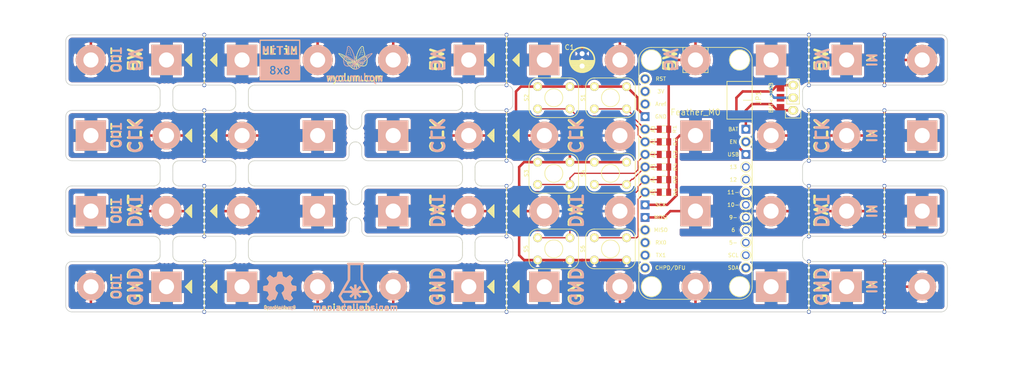
<source format=kicad_pcb>
(kicad_pcb (version 4) (host pcbnew 4.0.6-e0-6349~53~ubuntu16.04.1)
  (layers (0 F.Cu signal) (31 B.Cu signal) (34 B.Paste user) (35 F.Paste user) (36 B.SilkS user) (37 F.SilkS user) (38 B.Mask user) (39 F.Mask user) (44 Edge.Cuts user))
  (net 0 "")
  (net 1 /GND)
  (net 2 /VBAT)
  (net 3 /VUSB)
  (net 4 /CLK)
  (net 5 /DAT)
  (net 6 /5V)
  (net 7 /CLK2)
  (net 8 /CLK1)
  (net 9 /DAT2)
  (net 10 /DAT1)
  (net 11 /A0)
  (net 12 /A1)
  (net 13 /A2)
  (net 14 /A3)
  (net 15 /A4)
  (net 16 /A5)
  (module ultim_bus:SW-PB (layer F.Cu) (at 126.365 68.58 270)
    (fp_text reference S5 (at 0 5.588 270) (layer F.SilkS) (effects (font (size 0.762 0.762) (thickness 0.127))))
    (fp_text value SPST-M-2 hide)
    (pad 1 thru_hole circle (at -2.25 -3.25 270) (size 1.778 1.778) (drill 1.016) (layers *.Cu *.Mask F.SilkS) (net 15 /A4))
    (pad 2 thru_hole circle (at 2.25 3.25 270) (size 1.778 1.778) (drill 1.016) (layers *.Cu *.Mask F.SilkS) (net 1 /GND))
    (pad 2 thru_hole circle (at 2.25 -3.25 270) (size 1.778 1.778) (drill 1.016) (layers *.Cu *.Mask F.SilkS) (net 1 /GND))
    (pad 1 thru_hole circle (at -2.25 3.25 270) (size 1.778 1.778) (drill 1.016) (layers *.Cu *.Mask F.SilkS) (net 15 /A4))
  )
  (module ultim8x8_libs:mouse-bite-2.54mm-slot (layer F.Cu) (at 86.36 60.96 90)
    (fp_text reference M13 hide)
    (fp_text value MouseBite hide)
    (pad "" np_thru_hole circle (at 0 -1.1 90) (size 0.5 0.5) (drill 0.5) (layers *.Cu *.Mask))
    (pad "" np_thru_hole circle (at 0 1.1 90) (size 0.5 0.5) (drill 0.5) (layers *.Cu *.Mask))
    (pad "" np_thru_hole circle (at 0.8 -1.1 90) (size 0.5 0.5) (drill 0.5) (layers *.Cu *.Mask))
    (pad "" np_thru_hole circle (at -0.8 -1.1 90) (size 0.5 0.5) (drill 0.5) (layers *.Cu *.Mask))
    (pad "" np_thru_hole circle (at -0.8 1.1 90) (size 0.5 0.5) (drill 0.5) (layers *.Cu *.Mask))
    (pad "" np_thru_hole circle (at 0.8 1.1 90) (size 0.5 0.5) (drill 0.5) (layers *.Cu *.Mask))
  )
  (module ultim8x8_libs:logo_MLlabs_small (layer F.Cu) (at 86.36 75.438)
    (fp_text reference L8 hide)
    (fp_text value LOGO_ML hide)
  )
  (module ultim8x8_libs:Screw (layer F.Cu) (at 63.5 60.96)
    (fp_text reference P31 hide)
    (fp_text value CONN_1 hide)
    (pad 1 thru_hole circle (at 0 0) (size 6.096 6.096) (drill 3.048) (layers *.Cu *.Paste *.SilkS *.Mask) (net 9 /DAT2))
  )
  (module ultim8x8_libs:logo_wyo_butterfly_small (layer B.Cu) (at 86.36 30.48 180)
    (fp_text reference L4 hide)
    (fp_text value LOGO_WL hide)
  )
  (module ultim8x8_libs:Screw (layer F.Cu) (at 170.18 60.96)
    (fp_text reference P38 hide)
    (fp_text value CONN_1 hide)
    (pad 1 thru_hole circle (at 0 0) (size 6.096 6.096) (drill 3.048) (layers *.Cu *.Paste *.SilkS *.Mask) (net 5 /DAT))
  )
  (module ultim8x8_libs:Screw (layer F.Cu) (at 124.46 60.96)
    (fp_text reference P35 hide)
    (fp_text value CONN_1 hide)
    (pad 1 thru_hole circle (at 0 0) (size 6.096 6.096) (drill 3.048) (layers *.Cu *.Paste *.SilkS *.Mask) (net 10 /DAT1))
  )
  (module ultim8x8_libs:Screw (layer F.Cu) (at 109.22 60.96)
    (fp_text reference P34 hide)
    (fp_text value CONN_1 hide)
    (pad 1 thru_hole circle (at 0 0) (size 6.096 6.096) (drill 3.048) (layers *.Cu *.Paste *.SilkS *.Mask) (net 10 /DAT1))
  )
  (module ultim8x8_libs:Screw (layer F.Cu) (at 48.26 60.96)
    (fp_text reference P30 hide)
    (fp_text value CONN_1 hide)
    (pad 1 thru_hole circle (at 0 0) (size 6.096 6.096) (drill 3.048) (layers *.Cu *.Paste *.SilkS *.Mask) (net 9 /DAT2))
  )
  (module ultim8x8_libs:Screw (layer F.Cu) (at 185.42 60.96)
    (fp_text reference P27 hide)
    (fp_text value CONN_1 hide)
    (pad 1 thru_hole circle (at 0 0) (size 6.096 6.096) (drill 3.048) (layers *.Cu *.Paste *.SilkS *.Mask) (net 5 /DAT))
  )
  (module ultim8x8_libs:logo_ultim8x8_small (layer F.Cu) (at 71.12 30.48)
    (fp_text reference L11 hide)
    (fp_text value LOGO_U88 hide)
  )
  (module ultim8x8_libs:mouse-bite-2.54mm-slot (layer F.Cu) (at 86.36 45.72 90)
    (fp_text reference M6 hide)
    (fp_text value MouseBite hide)
    (pad "" np_thru_hole circle (at 0 -1.1 90) (size 0.5 0.5) (drill 0.5) (layers *.Cu *.Mask))
    (pad "" np_thru_hole circle (at 0 1.1 90) (size 0.5 0.5) (drill 0.5) (layers *.Cu *.Mask))
    (pad "" np_thru_hole circle (at 0.8 -1.1 90) (size 0.5 0.5) (drill 0.5) (layers *.Cu *.Mask))
    (pad "" np_thru_hole circle (at -0.8 -1.1 90) (size 0.5 0.5) (drill 0.5) (layers *.Cu *.Mask))
    (pad "" np_thru_hole circle (at -0.8 1.1 90) (size 0.5 0.5) (drill 0.5) (layers *.Cu *.Mask))
    (pad "" np_thru_hole circle (at 0.8 1.1 90) (size 0.5 0.5) (drill 0.5) (layers *.Cu *.Mask))
  )
  (module ultim8x8_libs:Screw (layer F.Cu) (at 200.66 30.48)
    (fp_text reference P2 hide)
    (fp_text value CONN_1 hide)
    (pad 1 thru_hole circle (at 0 0) (size 6.096 6.096) (drill 3.048) (layers *.Cu *.Paste *.SilkS *.Mask) (net 6 /5V))
  )
  (module ultim8x8_libs:Screw (layer F.Cu) (at 33.02 30.48)
    (fp_text reference P3 hide)
    (fp_text value CONN_1 hide)
    (pad 1 thru_hole circle (at 0 0) (size 6.096 6.096) (drill 3.048) (layers *.Cu *.Paste *.SilkS *.Mask) (net 6 /5V))
  )
  (module ultim8x8_libs:Screw (layer F.Cu) (at 78.74 30.48)
    (fp_text reference P6 hide)
    (fp_text value CONN_1 hide)
    (pad 1 thru_hole circle (at 0 0) (size 6.096 6.096) (drill 3.048) (layers *.Cu *.Paste *.SilkS *.Mask) (net 6 /5V))
  )
  (module ultim8x8_libs:Screw (layer F.Cu) (at 93.98 30.48)
    (fp_text reference P7 hide)
    (fp_text value CONN_1 hide)
    (pad 1 thru_hole circle (at 0 0) (size 6.096 6.096) (drill 3.048) (layers *.Cu *.Paste *.SilkS *.Mask) (net 6 /5V))
  )
  (module ultim8x8_libs:Screw (layer F.Cu) (at 139.7 30.48)
    (fp_text reference P10 hide)
    (fp_text value CONN_1 hide)
    (pad 1 thru_hole circle (at 0 0) (size 6.096 6.096) (drill 3.048) (layers *.Cu *.Paste *.SilkS *.Mask) (net 6 /5V))
  )
  (module ultim8x8_libs:Screw (layer F.Cu) (at 154.94 30.48)
    (fp_text reference P11 hide)
    (fp_text value CONN_1 hide)
    (pad 1 thru_hole circle (at 0 0) (size 6.096 6.096) (drill 3.048) (layers *.Cu *.Paste *.SilkS *.Mask) (net 6 /5V))
  )
  (module ultim8x8_libs:OSHW_6mm (layer F.Cu) (at 71.12 76.2)
    (fp_text reference L2 hide)
    (fp_text value OSHW hide)
    (fp_text user OpenHardware (at 0 4.191) (layer F.SilkS) (effects (font (size 0.762 0.6096) (thickness 0.127))))
  )
  (module ultim8x8_libs:OSHW_6mm (layer B.Cu) (at 71.12 76.2 180)
    (fp_text reference L1 hide)
    (fp_text value OSHW hide)
    (fp_text user OpenHardware (at 0 -4.191 180) (layer B.SilkS) (effects (font (size 0.762 0.6096) (thickness 0.127)) (justify mirror)))
  )
  (module ultim8x8_libs:logo_wyo_butterfly_small (layer F.Cu) (at 86.36 30.48)
    (fp_text reference L3 hide)
    (fp_text value LOGO_WL hide)
  )
  (module ultim8x8_libs:logo_MLlabs_small (layer B.Cu) (at 86.36 75.438 180)
    (fp_text reference L7 hide)
    (fp_text value LOGO_ML hide)
  )
  (module ultim8x8_libs:logo_ultim8x8_small (layer B.Cu) (at 71.12 30.48 180)
    (fp_text reference L12 hide)
    (fp_text value LOGO_U88 hide)
  )
  (module ultim8x8_libs:Screw_SqPad (layer F.Cu) (at 185.42 30.48)
    (fp_text reference P1 hide)
    (fp_text value CONN_1 hide)
    (pad 1 thru_hole rect (at 0 0) (size 6.096 6.096) (drill 3.048) (layers *.Cu *.Paste *.SilkS *.Mask) (net 6 /5V))
  )
  (module ultim8x8_libs:Screw_SqPad (layer F.Cu) (at 48.26 30.48)
    (fp_text reference P4 hide)
    (fp_text value CONN_1 hide)
    (pad 1 thru_hole rect (at 0 0) (size 6.096 6.096) (drill 3.048) (layers *.Cu *.Paste *.SilkS *.Mask) (net 6 /5V))
  )
  (module ultim8x8_libs:Screw_SqPad (layer F.Cu) (at 63.5 30.48)
    (fp_text reference P5 hide)
    (fp_text value CONN_1 hide)
    (pad 1 thru_hole rect (at 0 0) (size 6.096 6.096) (drill 3.048) (layers *.Cu *.Paste *.SilkS *.Mask) (net 6 /5V))
  )
  (module ultim8x8_libs:Screw_SqPad (layer F.Cu) (at 109.22 30.48)
    (fp_text reference P8 hide)
    (fp_text value CONN_1 hide)
    (pad 1 thru_hole rect (at 0 0) (size 6.096 6.096) (drill 3.048) (layers *.Cu *.Paste *.SilkS *.Mask) (net 6 /5V))
  )
  (module ultim8x8_libs:Screw_SqPad (layer F.Cu) (at 124.46 30.48)
    (fp_text reference P9 hide)
    (fp_text value CONN_1 hide)
    (pad 1 thru_hole rect (at 0 0) (size 6.096 6.096) (drill 3.048) (layers *.Cu *.Paste *.SilkS *.Mask) (net 6 /5V))
  )
  (module ultim8x8_libs:Screw_SqPad (layer F.Cu) (at 170.18 30.48)
    (fp_text reference P12 hide)
    (fp_text value CONN_1 hide)
    (pad 1 thru_hole rect (at 0 0) (size 6.096 6.096) (drill 3.048) (layers *.Cu *.Paste *.SilkS *.Mask) (net 6 /5V))
  )
  (module ultim8x8_libs:Screw_SqPad (layer F.Cu) (at 200.66 60.96)
    (fp_text reference P28 hide)
    (fp_text value CONN_1 hide)
    (pad 1 thru_hole rect (at 0 0) (size 6.096 6.096) (drill 3.048) (layers *.Cu *.Paste *.SilkS *.Mask) (net 5 /DAT))
  )
  (module ultim8x8_libs:Screw_SqPad (layer F.Cu) (at 33.02 60.96)
    (fp_text reference P29 hide)
    (fp_text value CONN_1 hide)
    (pad 1 thru_hole rect (at 0 0) (size 6.096 6.096) (drill 3.048) (layers *.Cu *.Paste *.SilkS *.Mask) (net 9 /DAT2))
  )
  (module ultim8x8_libs:Screw_SqPad (layer F.Cu) (at 78.74 60.96)
    (fp_text reference P32 hide)
    (fp_text value CONN_1 hide)
    (pad 1 thru_hole rect (at 0 0) (size 6.096 6.096) (drill 3.048) (layers *.Cu *.Paste *.SilkS *.Mask) (net 9 /DAT2))
  )
  (module ultim8x8_libs:Screw_SqPad (layer F.Cu) (at 93.98 60.96)
    (fp_text reference P33 hide)
    (fp_text value CONN_1 hide)
    (pad 1 thru_hole rect (at 0 0) (size 6.096 6.096) (drill 3.048) (layers *.Cu *.Paste *.SilkS *.Mask) (net 10 /DAT1))
  )
  (module ultim8x8_libs:Screw_SqPad (layer F.Cu) (at 139.7 60.96)
    (fp_text reference P36 hide)
    (fp_text value CONN_1 hide)
    (pad 1 thru_hole circle (at 0 0) (size 6.096 6.096) (drill 3.048) (layers *.Cu *.Paste *.SilkS *.Mask) (net 10 /DAT1))
  )
  (module ultim8x8_libs:Screw_SqPad (layer F.Cu) (at 154.94 60.96)
    (fp_text reference P37 hide)
    (fp_text value CONN_1 hide)
    (pad 1 thru_hole rect (at 0 0) (size 6.096 6.096) (drill 3.048) (layers *.Cu *.Paste *.SilkS *.Mask) (net 5 /DAT))
  )
  (module ultim8x8_libs:Screw (layer F.Cu) (at 185.42 45.72)
    (fp_text reference P14 hide)
    (fp_text value CONN_1 hide)
    (pad 1 thru_hole circle (at 0 0) (size 5.6 5.6) (drill 3.048) (layers *.Cu *.SilkS *.Mask) (net 4 /CLK))
  )
  (module ultim8x8_libs:Screw_SqPad (layer F.Cu) (at 200.66 45.72)
    (fp_text reference P15 hide)
    (fp_text value CONN_1 hide)
    (pad 1 thru_hole rect (at 0 0) (size 6.096 6.096) (drill 3.048) (layers *.Cu *.Paste *.SilkS *.Mask) (net 4 /CLK))
  )
  (module ultim8x8_libs:Screw_SqPad (layer F.Cu) (at 33.02 45.72)
    (fp_text reference P16 hide)
    (fp_text value CONN_1 hide)
    (pad 1 thru_hole rect (at 0 0) (size 6.096 6.096) (drill 3.048) (layers *.Cu *.Paste *.SilkS *.Mask) (net 7 /CLK2))
  )
  (module ultim8x8_libs:Screw (layer F.Cu) (at 48.26 45.72)
    (fp_text reference P17 hide)
    (fp_text value CONN_1 hide)
    (pad 1 thru_hole circle (at 0 0) (size 5.6 5.6) (drill 3.048) (layers *.Cu *.SilkS *.Mask) (net 7 /CLK2))
  )
  (module ultim8x8_libs:Screw (layer F.Cu) (at 63.5 45.72)
    (fp_text reference P18 hide)
    (fp_text value CONN_1 hide)
    (pad 1 thru_hole circle (at 0 0) (size 5.6 5.6) (drill 3.048) (layers *.Cu *.SilkS *.Mask) (net 7 /CLK2))
  )
  (module ultim8x8_libs:Screw_SqPad (layer F.Cu) (at 78.74 45.72)
    (fp_text reference P19 hide)
    (fp_text value CONN_1 hide)
    (pad 1 thru_hole rect (at 0 0) (size 6.096 6.096) (drill 3.048) (layers *.Cu *.Paste *.SilkS *.Mask) (net 7 /CLK2))
  )
  (module ultim8x8_libs:Screw_SqPad (layer F.Cu) (at 93.98 45.72)
    (fp_text reference P20 hide)
    (fp_text value CONN_1 hide)
    (pad 1 thru_hole rect (at 0 0) (size 6.096 6.096) (drill 3.048) (layers *.Cu *.Paste *.SilkS *.Mask) (net 8 /CLK1))
  )
  (module ultim8x8_libs:Screw (layer F.Cu) (at 109.22 45.72)
    (fp_text reference P21 hide)
    (fp_text value CONN_1 hide)
    (pad 1 thru_hole circle (at 0 0) (size 5.6 5.6) (drill 3.048) (layers *.Cu *.SilkS *.Mask) (net 8 /CLK1))
  )
  (module ultim8x8_libs:Screw (layer F.Cu) (at 124.46 45.72)
    (fp_text reference P22 hide)
    (fp_text value CONN_1 hide)
    (pad 1 thru_hole circle (at 0 0) (size 5.6 5.6) (drill 3.048) (layers *.Cu *.SilkS *.Mask) (net 8 /CLK1))
  )
  (module ultim8x8_libs:Screw_SqPad (layer F.Cu) (at 139.7 45.72)
    (fp_text reference P23 hide)
    (fp_text value CONN_1 hide)
    (pad 1 thru_hole circle (at 0 0) (size 6.096 6.096) (drill 3.048) (layers *.Cu *.Paste *.SilkS *.Mask) (net 8 /CLK1))
  )
  (module ultim8x8_libs:Screw_SqPad (layer F.Cu) (at 154.94 45.72)
    (fp_text reference P24 hide)
    (fp_text value CONN_1 hide)
    (pad 1 thru_hole rect (at 0 0) (size 6.096 6.096) (drill 3.048) (layers *.Cu *.Paste *.SilkS *.Mask) (net 4 /CLK))
  )
  (module ultim8x8_libs:Screw (layer F.Cu) (at 170.18 45.72)
    (fp_text reference P25 hide)
    (fp_text value CONN_1 hide)
    (pad 1 thru_hole circle (at 0 0) (size 5.6 5.6) (drill 3.048) (layers *.Cu *.SilkS *.Mask) (net 4 /CLK))
  )
  (module ultim8x8_libs:Screw_SqPad (layer F.Cu) (at 185.42 76.2)
    (fp_text reference P40 hide)
    (fp_text value CONN_1 hide)
    (pad 1 thru_hole rect (at 0 0) (size 6.096 6.096) (drill 3.048) (layers *.Cu *.Paste *.SilkS *.Mask) (net 1 /GND))
  )
  (module ultim8x8_libs:Screw (layer F.Cu) (at 200.66 76.2)
    (fp_text reference P41 hide)
    (fp_text value CONN_1 hide)
    (pad 1 thru_hole circle (at 0 0) (size 5.6 5.6) (drill 3.048) (layers *.Cu *.SilkS *.Mask) (net 1 /GND))
  )
  (module ultim8x8_libs:Screw (layer F.Cu) (at 33.02 76.2)
    (fp_text reference P42 hide)
    (fp_text value CONN_1 hide)
    (pad 1 thru_hole circle (at 0 0) (size 5.6 5.6) (drill 3.048) (layers *.Cu *.SilkS *.Mask) (net 1 /GND))
  )
  (module ultim8x8_libs:Screw_SqPad (layer F.Cu) (at 48.26 76.2)
    (fp_text reference P43 hide)
    (fp_text value CONN_1 hide)
    (pad 1 thru_hole rect (at 0 0) (size 6.096 6.096) (drill 3.048) (layers *.Cu *.Paste *.SilkS *.Mask) (net 1 /GND))
  )
  (module ultim8x8_libs:Screw_SqPad (layer F.Cu) (at 63.5 76.2)
    (fp_text reference P44 hide)
    (fp_text value CONN_1 hide)
    (pad 1 thru_hole rect (at 0 0) (size 6.096 6.096) (drill 3.048) (layers *.Cu *.Paste *.SilkS *.Mask) (net 1 /GND))
  )
  (module ultim8x8_libs:Screw (layer F.Cu) (at 78.74 76.2)
    (fp_text reference P45 hide)
    (fp_text value CONN_1 hide)
    (pad 1 thru_hole circle (at 0 0) (size 5.6 5.6) (drill 3.048) (layers *.Cu *.SilkS *.Mask) (net 1 /GND))
  )
  (module ultim8x8_libs:Screw (layer F.Cu) (at 93.98 76.2)
    (fp_text reference P46 hide)
    (fp_text value CONN_1 hide)
    (pad 1 thru_hole circle (at 0 0) (size 5.6 5.6) (drill 3.048) (layers *.Cu *.SilkS *.Mask) (net 1 /GND))
  )
  (module ultim8x8_libs:Screw_SqPad (layer F.Cu) (at 109.22 76.2)
    (fp_text reference P47 hide)
    (fp_text value CONN_1 hide)
    (pad 1 thru_hole rect (at 0 0) (size 6.096 6.096) (drill 3.048) (layers *.Cu *.Paste *.SilkS *.Mask) (net 1 /GND))
  )
  (module ultim8x8_libs:Screw_SqPad (layer F.Cu) (at 124.46 76.2)
    (fp_text reference P48 hide)
    (fp_text value CONN_1 hide)
    (pad 1 thru_hole rect (at 0 0) (size 6.096 6.096) (drill 3.048) (layers *.Cu *.Paste *.SilkS *.Mask) (net 1 /GND))
  )
  (module ultim8x8_libs:Screw (layer F.Cu) (at 139.7 76.2)
    (fp_text reference P49 hide)
    (fp_text value CONN_1 hide)
    (pad 1 thru_hole circle (at 0 0) (size 5.6 5.6) (drill 3.048) (layers *.Cu *.SilkS *.Mask) (net 1 /GND))
  )
  (module ultim8x8_libs:Screw (layer F.Cu) (at 154.94 76.2)
    (fp_text reference P50 hide)
    (fp_text value CONN_1 hide)
    (pad 1 thru_hole circle (at 0 0) (size 5.6 5.6) (drill 3.048) (layers *.Cu *.SilkS *.Mask) (net 1 /GND))
  )
  (module ultim8x8_libs:Screw_SqPad (layer F.Cu) (at 170.18 76.2)
    (fp_text reference P51 hide)
    (fp_text value CONN_1 hide)
    (pad 1 thru_hole rect (at 0 0) (size 6.096 6.096) (drill 3.048) (layers *.Cu *.Paste *.SilkS *.Mask) (net 1 /GND))
  )
  (module ultim8x8_libs:mouse-bite-5.08mm-slot (layer F.Cu) (at 48.26 38.1)
    (fp_text reference M2 hide)
    (fp_text value MouseBite hide)
    (pad "" np_thru_hole circle (at 0 -2.2) (size 0.5 0.5) (drill 0.5) (layers *.Cu *.Mask))
    (pad "" np_thru_hole circle (at 0 2.2) (size 0.5 0.5) (drill 0.5) (layers *.Cu *.Mask))
    (pad "" np_thru_hole circle (at 0.8 -2.2) (size 0.5 0.5) (drill 0.5) (layers *.Cu *.Mask))
    (pad "" np_thru_hole circle (at -0.8 -2.2) (size 0.5 0.5) (drill 0.5) (layers *.Cu *.Mask))
    (pad "" np_thru_hole circle (at -0.8 2.2) (size 0.5 0.5) (drill 0.5) (layers *.Cu *.Mask))
    (pad "" np_thru_hole circle (at 0.8 2.2) (size 0.5 0.5) (drill 0.5) (layers *.Cu *.Mask))
    (pad "" np_thru_hole circle (at 0 0) (size 0.5 0.5) (drill 0.5) (layers *.Cu *.Mask))
    (pad "" np_thru_hole circle (at 0.8 0) (size 0.5 0.5) (drill 0.5) (layers *.Cu *.Mask))
    (pad "" np_thru_hole circle (at -0.8 0) (size 0.5 0.5) (drill 0.5) (layers *.Cu *.Mask))
  )
  (module ultim8x8_libs:mouse-bite-5.08mm-slot (layer F.Cu) (at 48.26 53.34)
    (fp_text reference M9 hide)
    (fp_text value MouseBite hide)
    (pad "" np_thru_hole circle (at 0 -2.2) (size 0.5 0.5) (drill 0.5) (layers *.Cu *.Mask))
    (pad "" np_thru_hole circle (at 0 2.2) (size 0.5 0.5) (drill 0.5) (layers *.Cu *.Mask))
    (pad "" np_thru_hole circle (at 0.8 -2.2) (size 0.5 0.5) (drill 0.5) (layers *.Cu *.Mask))
    (pad "" np_thru_hole circle (at -0.8 -2.2) (size 0.5 0.5) (drill 0.5) (layers *.Cu *.Mask))
    (pad "" np_thru_hole circle (at -0.8 2.2) (size 0.5 0.5) (drill 0.5) (layers *.Cu *.Mask))
    (pad "" np_thru_hole circle (at 0.8 2.2) (size 0.5 0.5) (drill 0.5) (layers *.Cu *.Mask))
    (pad "" np_thru_hole circle (at 0 0) (size 0.5 0.5) (drill 0.5) (layers *.Cu *.Mask))
    (pad "" np_thru_hole circle (at 0.8 0) (size 0.5 0.5) (drill 0.5) (layers *.Cu *.Mask))
    (pad "" np_thru_hole circle (at -0.8 0) (size 0.5 0.5) (drill 0.5) (layers *.Cu *.Mask))
  )
  (module ultim8x8_libs:mouse-bite-5.08mm-slot (layer F.Cu) (at 48.26 68.58)
    (fp_text reference M16 hide)
    (fp_text value MouseBite hide)
    (pad "" np_thru_hole circle (at 0 -2.2) (size 0.5 0.5) (drill 0.5) (layers *.Cu *.Mask))
    (pad "" np_thru_hole circle (at 0 2.2) (size 0.5 0.5) (drill 0.5) (layers *.Cu *.Mask))
    (pad "" np_thru_hole circle (at 0.8 -2.2) (size 0.5 0.5) (drill 0.5) (layers *.Cu *.Mask))
    (pad "" np_thru_hole circle (at -0.8 -2.2) (size 0.5 0.5) (drill 0.5) (layers *.Cu *.Mask))
    (pad "" np_thru_hole circle (at -0.8 2.2) (size 0.5 0.5) (drill 0.5) (layers *.Cu *.Mask))
    (pad "" np_thru_hole circle (at 0.8 2.2) (size 0.5 0.5) (drill 0.5) (layers *.Cu *.Mask))
    (pad "" np_thru_hole circle (at 0 0) (size 0.5 0.5) (drill 0.5) (layers *.Cu *.Mask))
    (pad "" np_thru_hole circle (at 0.8 0) (size 0.5 0.5) (drill 0.5) (layers *.Cu *.Mask))
    (pad "" np_thru_hole circle (at -0.8 0) (size 0.5 0.5) (drill 0.5) (layers *.Cu *.Mask))
  )
  (module ultim_bus:switch_spdt (layer F.Cu) (at 174.625 38.1 180)
    (fp_text reference JP1 (at 6.985 0 270) (layer F.SilkS))
    (fp_text value PWR_SEL hide)
    (pad 1 thru_hole oval (at 0 -2.54 180) (size 2.032 1.7272) (drill 1.016) (layers *.Cu *.Mask F.SilkS) (net 2 /VBAT))
    (pad 2 thru_hole oval (at 0 0 180) (size 2.032 1.7272) (drill 1.016) (layers *.Cu *.Mask F.SilkS) (net 6 /5V))
    (pad 3 thru_hole oval (at 0 2.54 180) (size 2.032 1.7272) (drill 1.016) (layers *.Cu *.Mask F.SilkS) (net 3 /VUSB))
    (pad 2 smd rect (at 2.54 0 180) (size 1.524 1.524) (layers F.Cu F.Paste F.Mask) (net 6 /5V))
    (pad 3 smd rect (at 2.54 2.54 180) (size 1.524 2.032) (drill (offset 0 -0.254)) (layers F.Cu F.Paste F.Mask) (net 3 /VUSB))
    (pad 1 smd rect (at 2.54 -2.54 180) (size 1.524 2.032) (drill (offset 0 0.254)) (layers F.Cu F.Paste F.Mask) (net 2 /VBAT))
  )
  (module ultim_bus:via_0.8x9 (layer F.Cu) (at 177.8 30.48)
    (fp_text reference v1 hide)
    (fp_text value via_0.8x9 hide)
    (pad 1 thru_hole circle (at 0 -5.08) (size 0.8 0.8) (drill 0.5) (layers *.Cu) (net 6 /5V))
    (pad 2 thru_hole circle (at 0 -3.81) (size 0.8 0.8) (drill 0.5) (layers *.Cu) (net 6 /5V))
    (pad 3 thru_hole circle (at 0 -2.54) (size 0.8 0.8) (drill 0.5) (layers *.Cu) (net 6 /5V))
    (pad 4 thru_hole circle (at 0 -1.27) (size 0.8 0.8) (drill 0.5) (layers *.Cu) (net 6 /5V))
    (pad 5 thru_hole circle (at 0 0) (size 0.8 0.8) (drill 0.5) (layers *.Cu) (net 6 /5V))
    (pad 6 thru_hole circle (at 0 1.27) (size 0.8 0.8) (drill 0.5) (layers *.Cu) (net 6 /5V))
    (pad 7 thru_hole circle (at 0 2.54) (size 0.8 0.8) (drill 0.5) (layers *.Cu) (net 6 /5V))
    (pad 8 thru_hole circle (at 0 3.81) (size 0.8 0.8) (drill 0.5) (layers *.Cu) (net 6 /5V))
    (pad 9 thru_hole circle (at 0 5.08) (size 0.8 0.8) (drill 0.5) (layers *.Cu) (net 6 /5V))
  )
  (module ultim_bus:via_0.8x9 (layer F.Cu) (at 116.84 30.48)
    (fp_text reference v2 hide)
    (fp_text value via_0.8x9 hide)
    (pad 1 thru_hole circle (at 0 -5.08) (size 0.8 0.8) (drill 0.5) (layers *.Cu) (net 6 /5V))
    (pad 2 thru_hole circle (at 0 -3.81) (size 0.8 0.8) (drill 0.5) (layers *.Cu) (net 6 /5V))
    (pad 3 thru_hole circle (at 0 -2.54) (size 0.8 0.8) (drill 0.5) (layers *.Cu) (net 6 /5V))
    (pad 4 thru_hole circle (at 0 -1.27) (size 0.8 0.8) (drill 0.5) (layers *.Cu) (net 6 /5V))
    (pad 5 thru_hole circle (at 0 0) (size 0.8 0.8) (drill 0.5) (layers *.Cu) (net 6 /5V))
    (pad 6 thru_hole circle (at 0 1.27) (size 0.8 0.8) (drill 0.5) (layers *.Cu) (net 6 /5V))
    (pad 7 thru_hole circle (at 0 2.54) (size 0.8 0.8) (drill 0.5) (layers *.Cu) (net 6 /5V))
    (pad 8 thru_hole circle (at 0 3.81) (size 0.8 0.8) (drill 0.5) (layers *.Cu) (net 6 /5V))
    (pad 9 thru_hole circle (at 0 5.08) (size 0.8 0.8) (drill 0.5) (layers *.Cu) (net 6 /5V))
  )
  (module ultim_bus:via_0.8x9 (layer F.Cu) (at 55.88 30.48)
    (fp_text reference v3 hide)
    (fp_text value via_0.8x9 hide)
    (pad 1 thru_hole circle (at 0 -5.08) (size 0.8 0.8) (drill 0.5) (layers *.Cu) (net 6 /5V))
    (pad 2 thru_hole circle (at 0 -3.81) (size 0.8 0.8) (drill 0.5) (layers *.Cu) (net 6 /5V))
    (pad 3 thru_hole circle (at 0 -2.54) (size 0.8 0.8) (drill 0.5) (layers *.Cu) (net 6 /5V))
    (pad 4 thru_hole circle (at 0 -1.27) (size 0.8 0.8) (drill 0.5) (layers *.Cu) (net 6 /5V))
    (pad 5 thru_hole circle (at 0 0) (size 0.8 0.8) (drill 0.5) (layers *.Cu) (net 6 /5V))
    (pad 6 thru_hole circle (at 0 1.27) (size 0.8 0.8) (drill 0.5) (layers *.Cu) (net 6 /5V))
    (pad 7 thru_hole circle (at 0 2.54) (size 0.8 0.8) (drill 0.5) (layers *.Cu) (net 6 /5V))
    (pad 8 thru_hole circle (at 0 3.81) (size 0.8 0.8) (drill 0.5) (layers *.Cu) (net 6 /5V))
    (pad 9 thru_hole circle (at 0 5.08) (size 0.8 0.8) (drill 0.5) (layers *.Cu) (net 6 /5V))
  )
  (module ultim_bus:via_0.8x9 (layer F.Cu) (at 177.8 76.2)
    (fp_text reference v4 hide)
    (fp_text value via_0.8x9 hide)
    (pad 1 thru_hole circle (at 0 -5.08) (size 0.8 0.8) (drill 0.5) (layers *.Cu) (net 1 /GND))
    (pad 2 thru_hole circle (at 0 -3.81) (size 0.8 0.8) (drill 0.5) (layers *.Cu) (net 1 /GND))
    (pad 3 thru_hole circle (at 0 -2.54) (size 0.8 0.8) (drill 0.5) (layers *.Cu) (net 1 /GND))
    (pad 4 thru_hole circle (at 0 -1.27) (size 0.8 0.8) (drill 0.5) (layers *.Cu) (net 1 /GND))
    (pad 5 thru_hole circle (at 0 0) (size 0.8 0.8) (drill 0.5) (layers *.Cu) (net 1 /GND))
    (pad 6 thru_hole circle (at 0 1.27) (size 0.8 0.8) (drill 0.5) (layers *.Cu) (net 1 /GND))
    (pad 7 thru_hole circle (at 0 2.54) (size 0.8 0.8) (drill 0.5) (layers *.Cu) (net 1 /GND))
    (pad 8 thru_hole circle (at 0 3.81) (size 0.8 0.8) (drill 0.5) (layers *.Cu) (net 1 /GND))
    (pad 9 thru_hole circle (at 0 5.08) (size 0.8 0.8) (drill 0.5) (layers *.Cu) (net 1 /GND))
  )
  (module ultim_bus:via_0.8x9 (layer F.Cu) (at 116.84 76.2)
    (fp_text reference v5 hide)
    (fp_text value via_0.8x9 hide)
    (pad 1 thru_hole circle (at 0 -5.08) (size 0.8 0.8) (drill 0.5) (layers *.Cu) (net 1 /GND))
    (pad 2 thru_hole circle (at 0 -3.81) (size 0.8 0.8) (drill 0.5) (layers *.Cu) (net 1 /GND))
    (pad 3 thru_hole circle (at 0 -2.54) (size 0.8 0.8) (drill 0.5) (layers *.Cu) (net 1 /GND))
    (pad 4 thru_hole circle (at 0 -1.27) (size 0.8 0.8) (drill 0.5) (layers *.Cu) (net 1 /GND))
    (pad 5 thru_hole circle (at 0 0) (size 0.8 0.8) (drill 0.5) (layers *.Cu) (net 1 /GND))
    (pad 6 thru_hole circle (at 0 1.27) (size 0.8 0.8) (drill 0.5) (layers *.Cu) (net 1 /GND))
    (pad 7 thru_hole circle (at 0 2.54) (size 0.8 0.8) (drill 0.5) (layers *.Cu) (net 1 /GND))
    (pad 8 thru_hole circle (at 0 3.81) (size 0.8 0.8) (drill 0.5) (layers *.Cu) (net 1 /GND))
    (pad 9 thru_hole circle (at 0 5.08) (size 0.8 0.8) (drill 0.5) (layers *.Cu) (net 1 /GND))
  )
  (module ultim_bus:via_0.8x9 (layer F.Cu) (at 55.88 76.2)
    (fp_text reference v6 hide)
    (fp_text value via_0.8x9 hide)
    (pad 1 thru_hole circle (at 0 -5.08) (size 0.8 0.8) (drill 0.5) (layers *.Cu) (net 1 /GND))
    (pad 2 thru_hole circle (at 0 -3.81) (size 0.8 0.8) (drill 0.5) (layers *.Cu) (net 1 /GND))
    (pad 3 thru_hole circle (at 0 -2.54) (size 0.8 0.8) (drill 0.5) (layers *.Cu) (net 1 /GND))
    (pad 4 thru_hole circle (at 0 -1.27) (size 0.8 0.8) (drill 0.5) (layers *.Cu) (net 1 /GND))
    (pad 5 thru_hole circle (at 0 0) (size 0.8 0.8) (drill 0.5) (layers *.Cu) (net 1 /GND))
    (pad 6 thru_hole circle (at 0 1.27) (size 0.8 0.8) (drill 0.5) (layers *.Cu) (net 1 /GND))
    (pad 7 thru_hole circle (at 0 2.54) (size 0.8 0.8) (drill 0.5) (layers *.Cu) (net 1 /GND))
    (pad 8 thru_hole circle (at 0 3.81) (size 0.8 0.8) (drill 0.5) (layers *.Cu) (net 1 /GND))
    (pad 9 thru_hole circle (at 0 5.08) (size 0.8 0.8) (drill 0.5) (layers *.Cu) (net 1 /GND))
  )
  (module ultim_bus:via_0.8x9 (layer F.Cu) (at 177.8 45.72)
    (fp_text reference v7 hide)
    (fp_text value via_0.8x9 hide)
    (pad 1 thru_hole circle (at 0 -5.08) (size 0.8 0.8) (drill 0.5) (layers *.Cu) (net 4 /CLK))
    (pad 2 thru_hole circle (at 0 -3.81) (size 0.8 0.8) (drill 0.5) (layers *.Cu) (net 4 /CLK))
    (pad 3 thru_hole circle (at 0 -2.54) (size 0.8 0.8) (drill 0.5) (layers *.Cu) (net 4 /CLK))
    (pad 4 thru_hole circle (at 0 -1.27) (size 0.8 0.8) (drill 0.5) (layers *.Cu) (net 4 /CLK))
    (pad 5 thru_hole circle (at 0 0) (size 0.8 0.8) (drill 0.5) (layers *.Cu) (net 4 /CLK))
    (pad 6 thru_hole circle (at 0 1.27) (size 0.8 0.8) (drill 0.5) (layers *.Cu) (net 4 /CLK))
    (pad 7 thru_hole circle (at 0 2.54) (size 0.8 0.8) (drill 0.5) (layers *.Cu) (net 4 /CLK))
    (pad 8 thru_hole circle (at 0 3.81) (size 0.8 0.8) (drill 0.5) (layers *.Cu) (net 4 /CLK))
    (pad 9 thru_hole circle (at 0 5.08) (size 0.8 0.8) (drill 0.5) (layers *.Cu) (net 4 /CLK))
  )
  (module ultim_bus:via_0.8x9 (layer F.Cu) (at 116.84 45.72)
    (fp_text reference v8 hide)
    (fp_text value via_0.8x9 hide)
    (pad 1 thru_hole circle (at 0 -5.08) (size 0.8 0.8) (drill 0.5) (layers *.Cu) (net 8 /CLK1))
    (pad 2 thru_hole circle (at 0 -3.81) (size 0.8 0.8) (drill 0.5) (layers *.Cu) (net 8 /CLK1))
    (pad 3 thru_hole circle (at 0 -2.54) (size 0.8 0.8) (drill 0.5) (layers *.Cu) (net 8 /CLK1))
    (pad 4 thru_hole circle (at 0 -1.27) (size 0.8 0.8) (drill 0.5) (layers *.Cu) (net 8 /CLK1))
    (pad 5 thru_hole circle (at 0 0) (size 0.8 0.8) (drill 0.5) (layers *.Cu) (net 8 /CLK1))
    (pad 6 thru_hole circle (at 0 1.27) (size 0.8 0.8) (drill 0.5) (layers *.Cu) (net 8 /CLK1))
    (pad 7 thru_hole circle (at 0 2.54) (size 0.8 0.8) (drill 0.5) (layers *.Cu) (net 8 /CLK1))
    (pad 8 thru_hole circle (at 0 3.81) (size 0.8 0.8) (drill 0.5) (layers *.Cu) (net 8 /CLK1))
    (pad 9 thru_hole circle (at 0 5.08) (size 0.8 0.8) (drill 0.5) (layers *.Cu) (net 8 /CLK1))
  )
  (module ultim_bus:via_0.8x9 (layer F.Cu) (at 55.88 45.72)
    (fp_text reference v9 hide)
    (fp_text value via_0.8x9 hide)
    (pad 1 thru_hole circle (at 0 -5.08) (size 0.8 0.8) (drill 0.5) (layers *.Cu) (net 7 /CLK2))
    (pad 2 thru_hole circle (at 0 -3.81) (size 0.8 0.8) (drill 0.5) (layers *.Cu) (net 7 /CLK2))
    (pad 3 thru_hole circle (at 0 -2.54) (size 0.8 0.8) (drill 0.5) (layers *.Cu) (net 7 /CLK2))
    (pad 4 thru_hole circle (at 0 -1.27) (size 0.8 0.8) (drill 0.5) (layers *.Cu) (net 7 /CLK2))
    (pad 5 thru_hole circle (at 0 0) (size 0.8 0.8) (drill 0.5) (layers *.Cu) (net 7 /CLK2))
    (pad 6 thru_hole circle (at 0 1.27) (size 0.8 0.8) (drill 0.5) (layers *.Cu) (net 7 /CLK2))
    (pad 7 thru_hole circle (at 0 2.54) (size 0.8 0.8) (drill 0.5) (layers *.Cu) (net 7 /CLK2))
    (pad 8 thru_hole circle (at 0 3.81) (size 0.8 0.8) (drill 0.5) (layers *.Cu) (net 7 /CLK2))
    (pad 9 thru_hole circle (at 0 5.08) (size 0.8 0.8) (drill 0.5) (layers *.Cu) (net 7 /CLK2))
  )
  (module ultim_bus:via_0.8x9 (layer F.Cu) (at 177.8 60.96)
    (fp_text reference v10 hide)
    (fp_text value via_0.8x9 hide)
    (pad 1 thru_hole circle (at 0 -5.08) (size 0.8 0.8) (drill 0.5) (layers *.Cu) (net 5 /DAT))
    (pad 2 thru_hole circle (at 0 -3.81) (size 0.8 0.8) (drill 0.5) (layers *.Cu) (net 5 /DAT))
    (pad 3 thru_hole circle (at 0 -2.54) (size 0.8 0.8) (drill 0.5) (layers *.Cu) (net 5 /DAT))
    (pad 4 thru_hole circle (at 0 -1.27) (size 0.8 0.8) (drill 0.5) (layers *.Cu) (net 5 /DAT))
    (pad 5 thru_hole circle (at 0 0) (size 0.8 0.8) (drill 0.5) (layers *.Cu) (net 5 /DAT))
    (pad 6 thru_hole circle (at 0 1.27) (size 0.8 0.8) (drill 0.5) (layers *.Cu) (net 5 /DAT))
    (pad 7 thru_hole circle (at 0 2.54) (size 0.8 0.8) (drill 0.5) (layers *.Cu) (net 5 /DAT))
    (pad 8 thru_hole circle (at 0 3.81) (size 0.8 0.8) (drill 0.5) (layers *.Cu) (net 5 /DAT))
    (pad 9 thru_hole circle (at 0 5.08) (size 0.8 0.8) (drill 0.5) (layers *.Cu) (net 5 /DAT))
  )
  (module ultim_bus:via_0.8x9 (layer F.Cu) (at 116.84 60.96)
    (fp_text reference v11 hide)
    (fp_text value via_0.8x9 hide)
    (pad 1 thru_hole circle (at 0 -5.08) (size 0.8 0.8) (drill 0.5) (layers *.Cu) (net 10 /DAT1))
    (pad 2 thru_hole circle (at 0 -3.81) (size 0.8 0.8) (drill 0.5) (layers *.Cu) (net 10 /DAT1))
    (pad 3 thru_hole circle (at 0 -2.54) (size 0.8 0.8) (drill 0.5) (layers *.Cu) (net 10 /DAT1))
    (pad 4 thru_hole circle (at 0 -1.27) (size 0.8 0.8) (drill 0.5) (layers *.Cu) (net 10 /DAT1))
    (pad 5 thru_hole circle (at 0 0) (size 0.8 0.8) (drill 0.5) (layers *.Cu) (net 10 /DAT1))
    (pad 6 thru_hole circle (at 0 1.27) (size 0.8 0.8) (drill 0.5) (layers *.Cu) (net 10 /DAT1))
    (pad 7 thru_hole circle (at 0 2.54) (size 0.8 0.8) (drill 0.5) (layers *.Cu) (net 10 /DAT1))
    (pad 8 thru_hole circle (at 0 3.81) (size 0.8 0.8) (drill 0.5) (layers *.Cu) (net 10 /DAT1))
    (pad 9 thru_hole circle (at 0 5.08) (size 0.8 0.8) (drill 0.5) (layers *.Cu) (net 10 /DAT1))
  )
  (module ultim_bus:via_0.8x9 (layer F.Cu) (at 55.88 60.96)
    (fp_text reference v12 hide)
    (fp_text value via_0.8x9 hide)
    (pad 1 thru_hole circle (at 0 -5.08) (size 0.8 0.8) (drill 0.5) (layers *.Cu) (net 9 /DAT2))
    (pad 2 thru_hole circle (at 0 -3.81) (size 0.8 0.8) (drill 0.5) (layers *.Cu) (net 9 /DAT2))
    (pad 3 thru_hole circle (at 0 -2.54) (size 0.8 0.8) (drill 0.5) (layers *.Cu) (net 9 /DAT2))
    (pad 4 thru_hole circle (at 0 -1.27) (size 0.8 0.8) (drill 0.5) (layers *.Cu) (net 9 /DAT2))
    (pad 5 thru_hole circle (at 0 0) (size 0.8 0.8) (drill 0.5) (layers *.Cu) (net 9 /DAT2))
    (pad 6 thru_hole circle (at 0 1.27) (size 0.8 0.8) (drill 0.5) (layers *.Cu) (net 9 /DAT2))
    (pad 7 thru_hole circle (at 0 2.54) (size 0.8 0.8) (drill 0.5) (layers *.Cu) (net 9 /DAT2))
    (pad 8 thru_hole circle (at 0 3.81) (size 0.8 0.8) (drill 0.5) (layers *.Cu) (net 9 /DAT2))
    (pad 9 thru_hole circle (at 0 5.08) (size 0.8 0.8) (drill 0.5) (layers *.Cu) (net 9 /DAT2))
  )
  (module ultim_bus:mouse-bite-5.08mm-slot (layer F.Cu) (at 63.5 38.1)
    (fp_text reference M3 hide)
    (fp_text value MouseBite hide)
    (pad "" np_thru_hole circle (at 0 -2.2) (size 0.5 0.5) (drill 0.5) (layers *.Cu *.Mask))
    (pad "" np_thru_hole circle (at 0 2.2) (size 0.5 0.5) (drill 0.5) (layers *.Cu *.Mask))
    (pad "" np_thru_hole circle (at 0.8 -2.2) (size 0.5 0.5) (drill 0.5) (layers *.Cu *.Mask))
    (pad "" np_thru_hole circle (at -0.8 -2.2) (size 0.5 0.5) (drill 0.5) (layers *.Cu *.Mask))
    (pad "" np_thru_hole circle (at -0.8 2.2) (size 0.5 0.5) (drill 0.5) (layers *.Cu *.Mask))
    (pad "" np_thru_hole circle (at 0.8 2.2) (size 0.5 0.5) (drill 0.5) (layers *.Cu *.Mask))
    (pad "" np_thru_hole circle (at 0 0) (size 0.5 0.5) (drill 0.5) (layers *.Cu *.Mask))
    (pad "" np_thru_hole circle (at 0.8 0) (size 0.5 0.5) (drill 0.5) (layers *.Cu *.Mask))
    (pad "" np_thru_hole circle (at -0.8 0) (size 0.5 0.5) (drill 0.5) (layers *.Cu *.Mask))
  )
  (module ultim_bus:mouse-bite-5.08mm-slot (layer F.Cu) (at 109.22 38.1)
    (fp_text reference M4 hide)
    (fp_text value MouseBite hide)
    (pad "" np_thru_hole circle (at 0 -2.2) (size 0.5 0.5) (drill 0.5) (layers *.Cu *.Mask))
    (pad "" np_thru_hole circle (at 0 2.2) (size 0.5 0.5) (drill 0.5) (layers *.Cu *.Mask))
    (pad "" np_thru_hole circle (at 0.8 -2.2) (size 0.5 0.5) (drill 0.5) (layers *.Cu *.Mask))
    (pad "" np_thru_hole circle (at -0.8 -2.2) (size 0.5 0.5) (drill 0.5) (layers *.Cu *.Mask))
    (pad "" np_thru_hole circle (at -0.8 2.2) (size 0.5 0.5) (drill 0.5) (layers *.Cu *.Mask))
    (pad "" np_thru_hole circle (at 0.8 2.2) (size 0.5 0.5) (drill 0.5) (layers *.Cu *.Mask))
    (pad "" np_thru_hole circle (at 0 0) (size 0.5 0.5) (drill 0.5) (layers *.Cu *.Mask))
    (pad "" np_thru_hole circle (at 0.8 0) (size 0.5 0.5) (drill 0.5) (layers *.Cu *.Mask))
    (pad "" np_thru_hole circle (at -0.8 0) (size 0.5 0.5) (drill 0.5) (layers *.Cu *.Mask))
  )
  (module ultim_bus:mouse-bite-5.08mm-slot (layer F.Cu) (at 63.5 53.34)
    (fp_text reference M10 hide)
    (fp_text value MouseBite hide)
    (pad "" np_thru_hole circle (at 0 -2.2) (size 0.5 0.5) (drill 0.5) (layers *.Cu *.Mask))
    (pad "" np_thru_hole circle (at 0 2.2) (size 0.5 0.5) (drill 0.5) (layers *.Cu *.Mask))
    (pad "" np_thru_hole circle (at 0.8 -2.2) (size 0.5 0.5) (drill 0.5) (layers *.Cu *.Mask))
    (pad "" np_thru_hole circle (at -0.8 -2.2) (size 0.5 0.5) (drill 0.5) (layers *.Cu *.Mask))
    (pad "" np_thru_hole circle (at -0.8 2.2) (size 0.5 0.5) (drill 0.5) (layers *.Cu *.Mask))
    (pad "" np_thru_hole circle (at 0.8 2.2) (size 0.5 0.5) (drill 0.5) (layers *.Cu *.Mask))
    (pad "" np_thru_hole circle (at 0 0) (size 0.5 0.5) (drill 0.5) (layers *.Cu *.Mask))
    (pad "" np_thru_hole circle (at 0.8 0) (size 0.5 0.5) (drill 0.5) (layers *.Cu *.Mask))
    (pad "" np_thru_hole circle (at -0.8 0) (size 0.5 0.5) (drill 0.5) (layers *.Cu *.Mask))
  )
  (module ultim_bus:mouse-bite-5.08mm-slot (layer F.Cu) (at 109.22 53.34)
    (fp_text reference M11 hide)
    (fp_text value MouseBite hide)
    (pad "" np_thru_hole circle (at 0 -2.2) (size 0.5 0.5) (drill 0.5) (layers *.Cu *.Mask))
    (pad "" np_thru_hole circle (at 0 2.2) (size 0.5 0.5) (drill 0.5) (layers *.Cu *.Mask))
    (pad "" np_thru_hole circle (at 0.8 -2.2) (size 0.5 0.5) (drill 0.5) (layers *.Cu *.Mask))
    (pad "" np_thru_hole circle (at -0.8 -2.2) (size 0.5 0.5) (drill 0.5) (layers *.Cu *.Mask))
    (pad "" np_thru_hole circle (at -0.8 2.2) (size 0.5 0.5) (drill 0.5) (layers *.Cu *.Mask))
    (pad "" np_thru_hole circle (at 0.8 2.2) (size 0.5 0.5) (drill 0.5) (layers *.Cu *.Mask))
    (pad "" np_thru_hole circle (at 0 0) (size 0.5 0.5) (drill 0.5) (layers *.Cu *.Mask))
    (pad "" np_thru_hole circle (at 0.8 0) (size 0.5 0.5) (drill 0.5) (layers *.Cu *.Mask))
    (pad "" np_thru_hole circle (at -0.8 0) (size 0.5 0.5) (drill 0.5) (layers *.Cu *.Mask))
  )
  (module ultim_bus:mouse-bite-5.08mm-slot (layer F.Cu) (at 63.5 68.58)
    (fp_text reference M17 hide)
    (fp_text value MouseBite hide)
    (pad "" np_thru_hole circle (at 0 -2.2) (size 0.5 0.5) (drill 0.5) (layers *.Cu *.Mask))
    (pad "" np_thru_hole circle (at 0 2.2) (size 0.5 0.5) (drill 0.5) (layers *.Cu *.Mask))
    (pad "" np_thru_hole circle (at 0.8 -2.2) (size 0.5 0.5) (drill 0.5) (layers *.Cu *.Mask))
    (pad "" np_thru_hole circle (at -0.8 -2.2) (size 0.5 0.5) (drill 0.5) (layers *.Cu *.Mask))
    (pad "" np_thru_hole circle (at -0.8 2.2) (size 0.5 0.5) (drill 0.5) (layers *.Cu *.Mask))
    (pad "" np_thru_hole circle (at 0.8 2.2) (size 0.5 0.5) (drill 0.5) (layers *.Cu *.Mask))
    (pad "" np_thru_hole circle (at 0 0) (size 0.5 0.5) (drill 0.5) (layers *.Cu *.Mask))
    (pad "" np_thru_hole circle (at 0.8 0) (size 0.5 0.5) (drill 0.5) (layers *.Cu *.Mask))
    (pad "" np_thru_hole circle (at -0.8 0) (size 0.5 0.5) (drill 0.5) (layers *.Cu *.Mask))
  )
  (module ultim_bus:mouse-bite-5.08mm-slot (layer F.Cu) (at 109.22 68.58)
    (fp_text reference M18 hide)
    (fp_text value MouseBite hide)
    (pad "" np_thru_hole circle (at 0 -2.2) (size 0.5 0.5) (drill 0.5) (layers *.Cu *.Mask))
    (pad "" np_thru_hole circle (at 0 2.2) (size 0.5 0.5) (drill 0.5) (layers *.Cu *.Mask))
    (pad "" np_thru_hole circle (at 0.8 -2.2) (size 0.5 0.5) (drill 0.5) (layers *.Cu *.Mask))
    (pad "" np_thru_hole circle (at -0.8 -2.2) (size 0.5 0.5) (drill 0.5) (layers *.Cu *.Mask))
    (pad "" np_thru_hole circle (at -0.8 2.2) (size 0.5 0.5) (drill 0.5) (layers *.Cu *.Mask))
    (pad "" np_thru_hole circle (at 0.8 2.2) (size 0.5 0.5) (drill 0.5) (layers *.Cu *.Mask))
    (pad "" np_thru_hole circle (at 0 0) (size 0.5 0.5) (drill 0.5) (layers *.Cu *.Mask))
    (pad "" np_thru_hole circle (at 0.8 0) (size 0.5 0.5) (drill 0.5) (layers *.Cu *.Mask))
    (pad "" np_thru_hole circle (at -0.8 0) (size 0.5 0.5) (drill 0.5) (layers *.Cu *.Mask))
  )
  (module ultim_bus:r_0805 (layer F.Cu) (at 148.59 57.15)
    (fp_text reference R6 (at 2.286 0 90) (layer F.SilkS) (effects (font (size 0.635 0.889) (thickness 0.1143))))
    (fp_text value 10k hide)
    (pad 2 smd rect (at 0.95 0) (size 1 1.45) (layers F.Cu F.Paste F.Mask) (net 6 /5V))
    (pad 1 smd rect (at -0.95 0) (size 1 1.45) (layers F.Cu F.Paste F.Mask) (net 16 /A5))
  )
  (module ultim_bus:r_0805 (layer F.Cu) (at 148.59 54.61)
    (fp_text reference R5 (at 2.286 0 90) (layer F.SilkS) (effects (font (size 0.635 0.889) (thickness 0.1143))))
    (fp_text value 10k hide)
    (pad 2 smd rect (at 0.95 0) (size 1 1.45) (layers F.Cu F.Paste F.Mask) (net 6 /5V))
    (pad 1 smd rect (at -0.95 0) (size 1 1.45) (layers F.Cu F.Paste F.Mask) (net 15 /A4))
  )
  (module ultim_bus:r_0805 (layer F.Cu) (at 148.59 52.07)
    (fp_text reference R4 (at 2.286 0 90) (layer F.SilkS) (effects (font (size 0.635 0.889) (thickness 0.1143))))
    (fp_text value 10k hide)
    (pad 2 smd rect (at 0.95 0) (size 1 1.45) (layers F.Cu F.Paste F.Mask) (net 6 /5V))
    (pad 1 smd rect (at -0.95 0) (size 1 1.45) (layers F.Cu F.Paste F.Mask) (net 14 /A3))
  )
  (module ultim_bus:r_0805 (layer F.Cu) (at 148.59 49.53)
    (fp_text reference R3 (at 2.286 0 90) (layer F.SilkS) (effects (font (size 0.635 0.889) (thickness 0.1143))))
    (fp_text value 10k hide)
    (pad 2 smd rect (at 0.95 0) (size 1 1.45) (layers F.Cu F.Paste F.Mask) (net 6 /5V))
    (pad 1 smd rect (at -0.95 0) (size 1 1.45) (layers F.Cu F.Paste F.Mask) (net 13 /A2))
  )
  (module ultim_bus:r_0805 (layer F.Cu) (at 148.59 46.99)
    (fp_text reference R2 (at 2.286 0 90) (layer F.SilkS) (effects (font (size 0.635 0.889) (thickness 0.1143))))
    (fp_text value 10k hide)
    (pad 2 smd rect (at 0.95 0) (size 1 1.45) (layers F.Cu F.Paste F.Mask) (net 6 /5V))
    (pad 1 smd rect (at -0.95 0) (size 1 1.45) (layers F.Cu F.Paste F.Mask) (net 12 /A1))
  )
  (module ultim_bus:r_0805 (layer F.Cu) (at 148.59 44.45)
    (fp_text reference R1 (at 2.159 0 90) (layer F.SilkS) (effects (font (size 0.635 0.889) (thickness 0.1143))))
    (fp_text value 10k hide)
    (pad 2 smd rect (at 0.95 0) (size 1 1.45) (layers F.Cu F.Paste F.Mask) (net 6 /5V))
    (pad 1 smd rect (at -0.95 0) (size 1 1.45) (layers F.Cu F.Paste F.Mask) (net 11 /A0))
  )
  (module ultim_bus:via_0.8x9 (layer F.Cu) (at 193.04 30.48)
    (fp_text reference v13 hide)
    (fp_text value via_0.8x9 hide)
    (pad 1 thru_hole circle (at 0 -5.08) (size 0.8 0.8) (drill 0.5) (layers *.Cu) (net 6 /5V))
    (pad 2 thru_hole circle (at 0 -3.81) (size 0.8 0.8) (drill 0.5) (layers *.Cu) (net 6 /5V))
    (pad 3 thru_hole circle (at 0 -2.54) (size 0.8 0.8) (drill 0.5) (layers *.Cu) (net 6 /5V))
    (pad 4 thru_hole circle (at 0 -1.27) (size 0.8 0.8) (drill 0.5) (layers *.Cu) (net 6 /5V))
    (pad 5 thru_hole circle (at 0 0) (size 0.8 0.8) (drill 0.5) (layers *.Cu) (net 6 /5V))
    (pad 6 thru_hole circle (at 0 1.27) (size 0.8 0.8) (drill 0.5) (layers *.Cu) (net 6 /5V))
    (pad 7 thru_hole circle (at 0 2.54) (size 0.8 0.8) (drill 0.5) (layers *.Cu) (net 6 /5V))
    (pad 8 thru_hole circle (at 0 3.81) (size 0.8 0.8) (drill 0.5) (layers *.Cu) (net 6 /5V))
    (pad 9 thru_hole circle (at 0 5.08) (size 0.8 0.8) (drill 0.5) (layers *.Cu) (net 6 /5V))
  )
  (module ultim_bus:via_0.8x9 (layer F.Cu) (at 193.04 76.2)
    (fp_text reference v14 hide)
    (fp_text value via_0.8x9 hide)
    (pad 1 thru_hole circle (at 0 -5.08) (size 0.8 0.8) (drill 0.5) (layers *.Cu) (net 1 /GND))
    (pad 2 thru_hole circle (at 0 -3.81) (size 0.8 0.8) (drill 0.5) (layers *.Cu) (net 1 /GND))
    (pad 3 thru_hole circle (at 0 -2.54) (size 0.8 0.8) (drill 0.5) (layers *.Cu) (net 1 /GND))
    (pad 4 thru_hole circle (at 0 -1.27) (size 0.8 0.8) (drill 0.5) (layers *.Cu) (net 1 /GND))
    (pad 5 thru_hole circle (at 0 0) (size 0.8 0.8) (drill 0.5) (layers *.Cu) (net 1 /GND))
    (pad 6 thru_hole circle (at 0 1.27) (size 0.8 0.8) (drill 0.5) (layers *.Cu) (net 1 /GND))
    (pad 7 thru_hole circle (at 0 2.54) (size 0.8 0.8) (drill 0.5) (layers *.Cu) (net 1 /GND))
    (pad 8 thru_hole circle (at 0 3.81) (size 0.8 0.8) (drill 0.5) (layers *.Cu) (net 1 /GND))
    (pad 9 thru_hole circle (at 0 5.08) (size 0.8 0.8) (drill 0.5) (layers *.Cu) (net 1 /GND))
  )
  (module ultim_bus:via_0.8x9 (layer F.Cu) (at 193.04 45.72)
    (fp_text reference v15 hide)
    (fp_text value via_0.8x9 hide)
    (pad 1 thru_hole circle (at 0 -5.08) (size 0.8 0.8) (drill 0.5) (layers *.Cu) (net 4 /CLK))
    (pad 2 thru_hole circle (at 0 -3.81) (size 0.8 0.8) (drill 0.5) (layers *.Cu) (net 4 /CLK))
    (pad 3 thru_hole circle (at 0 -2.54) (size 0.8 0.8) (drill 0.5) (layers *.Cu) (net 4 /CLK))
    (pad 4 thru_hole circle (at 0 -1.27) (size 0.8 0.8) (drill 0.5) (layers *.Cu) (net 4 /CLK))
    (pad 5 thru_hole circle (at 0 0) (size 0.8 0.8) (drill 0.5) (layers *.Cu) (net 4 /CLK))
    (pad 6 thru_hole circle (at 0 1.27) (size 0.8 0.8) (drill 0.5) (layers *.Cu) (net 4 /CLK))
    (pad 7 thru_hole circle (at 0 2.54) (size 0.8 0.8) (drill 0.5) (layers *.Cu) (net 4 /CLK))
    (pad 8 thru_hole circle (at 0 3.81) (size 0.8 0.8) (drill 0.5) (layers *.Cu) (net 4 /CLK))
    (pad 9 thru_hole circle (at 0 5.08) (size 0.8 0.8) (drill 0.5) (layers *.Cu) (net 4 /CLK))
  )
  (module ultim_bus:via_0.8x9 (layer F.Cu) (at 193.04 60.96)
    (fp_text reference v16 hide)
    (fp_text value via_0.8x9 hide)
    (pad 1 thru_hole circle (at 0 -5.08) (size 0.8 0.8) (drill 0.5) (layers *.Cu) (net 5 /DAT))
    (pad 2 thru_hole circle (at 0 -3.81) (size 0.8 0.8) (drill 0.5) (layers *.Cu) (net 5 /DAT))
    (pad 3 thru_hole circle (at 0 -2.54) (size 0.8 0.8) (drill 0.5) (layers *.Cu) (net 5 /DAT))
    (pad 4 thru_hole circle (at 0 -1.27) (size 0.8 0.8) (drill 0.5) (layers *.Cu) (net 5 /DAT))
    (pad 5 thru_hole circle (at 0 0) (size 0.8 0.8) (drill 0.5) (layers *.Cu) (net 5 /DAT))
    (pad 6 thru_hole circle (at 0 1.27) (size 0.8 0.8) (drill 0.5) (layers *.Cu) (net 5 /DAT))
    (pad 7 thru_hole circle (at 0 2.54) (size 0.8 0.8) (drill 0.5) (layers *.Cu) (net 5 /DAT))
    (pad 8 thru_hole circle (at 0 3.81) (size 0.8 0.8) (drill 0.5) (layers *.Cu) (net 5 /DAT))
    (pad 9 thru_hole circle (at 0 5.08) (size 0.8 0.8) (drill 0.5) (layers *.Cu) (net 5 /DAT))
  )
  (module ultim_bus:cap_pol_rad3 (layer F.Cu) (at 132.08 30.46)
    (fp_text reference C1 (at -2.54 -2.52) (layer F.SilkS))
    (fp_text value "470uF 10V" hide)
    (pad 2 thru_hole circle (at 0 1.25) (size 1.778 1.778) (drill 1.016) (layers *.Cu *.Mask) (net 1 /GND))
    (pad 1 thru_hole circle (at 0 -1.25) (size 1.778 1.778) (drill 1.016) (layers *.Cu *.Mask) (net 6 /5V))
  )
  (module ultim_bus:FEATHER_M0_2 (layer F.Cu) (at 154.94 53.34 270)
    (fp_text reference H1 (at -21.639 0 360) (layer F.SilkS) (effects (font (size 1.2 1.2))))
    (fp_text value Feather_M0 (at -12.319 0 360) (layer F.SilkS) (effects (font (size 1.2 1.2))))
    (fp_text user CHPD/DFU (at 19.05 5.08 360) (layer F.SilkS) (effects (font (size 0.762 0.762) (thickness 0.127))))
    (fp_text user TX1 (at 16.51 6.985 360) (layer F.SilkS) (effects (font (size 0.762 0.762) (thickness 0.127))))
    (fp_text user RX0 (at 13.97 6.985 360) (layer F.SilkS) (effects (font (size 0.762 0.762) (thickness 0.127))))
    (fp_text user MISO (at 11.43 6.985 360) (layer F.SilkS) (effects (font (size 0.762 0.762) (thickness 0.127))))
    (fp_text user A5 (at 3.81 8.509 450) (layer F.SilkS) (effects (font (size 0.762 0.762) (thickness 0.127))))
    (fp_text user A4 (at 1.27 8.509 450) (layer F.SilkS) (effects (font (size 0.762 0.762) (thickness 0.127))))
    (fp_text user A3 (at -1.27 8.509 450) (layer F.SilkS) (effects (font (size 0.762 0.762) (thickness 0.127))))
    (fp_text user A2 (at -3.81 8.509 450) (layer F.SilkS) (effects (font (size 0.762 0.762) (thickness 0.127))))
    (fp_text user A1 (at -6.477 8.509 450) (layer F.SilkS) (effects (font (size 0.762 0.762) (thickness 0.127))))
    (fp_text user A0 (at -8.89 8.509 450) (layer F.SilkS) (effects (font (size 0.762 0.762) (thickness 0.127))))
    (fp_text user RST (at -19.05 6.985 360) (layer F.SilkS) (effects (font (size 0.762 0.762) (thickness 0.127))))
    (fp_text user 3V (at -16.51 6.985 360) (layer F.SilkS) (effects (font (size 0.762 0.762) (thickness 0.127))))
    (fp_text user Aref (at -13.97 6.985 360) (layer F.SilkS) (effects (font (size 0.762 0.762) (thickness 0.127))))
    (fp_text user SDA (at 19.05 -7.62 360) (layer F.SilkS) (effects (font (size 0.762 0.762) (thickness 0.127))))
    (fp_text user SCL (at 16.51 -7.62 360) (layer F.SilkS) (effects (font (size 0.762 0.762) (thickness 0.127))))
    (fp_text user 5- (at 13.97 -7.62 360) (layer F.SilkS) (effects (font (size 0.762 0.762) (thickness 0.127))))
    (fp_text user 6 (at 11.43 -7.62 360) (layer F.SilkS) (effects (font (size 0.762 0.762) (thickness 0.127))))
    (fp_text user 9- (at 8.89 -7.62 360) (layer F.SilkS) (effects (font (size 0.762 0.762) (thickness 0.127))))
    (fp_text user 10- (at 6.35 -7.62 360) (layer F.SilkS) (effects (font (size 0.762 0.762) (thickness 0.127))))
    (fp_text user 11- (at 3.81 -7.62 360) (layer F.SilkS) (effects (font (size 0.762 0.762) (thickness 0.127))))
    (fp_text user 12 (at 1.27 -7.62 360) (layer F.SilkS) (effects (font (size 0.762 0.762) (thickness 0.127))))
    (fp_text user 13 (at -1.27 -7.62 360) (layer F.SilkS) (effects (font (size 0.762 0.762) (thickness 0.127))))
    (fp_text user EN (at -6.35 -7.62 360) (layer F.SilkS) (effects (font (size 0.762 0.762) (thickness 0.127))))
    (fp_text user USB (at -3.81 -7.62 360) (layer F.SilkS) (effects (font (size 0.762 0.762) (thickness 0.127))))
    (fp_text user BAT (at -8.89 -7.62 360) (layer F.SilkS) (effects (font (size 0.762 0.762) (thickness 0.127))))
    (fp_text user MOSI (at 8.89 6.985 360) (layer F.SilkS) (effects (font (size 0.762 0.762) (thickness 0.127))))
    (fp_text user SCK (at 6.35 6.985 360) (layer F.SilkS) (effects (font (size 0.762 0.762) (thickness 0.127))))
    (fp_text user GND (at -11.43 6.985 360) (layer F.SilkS) (effects (font (size 0.762 0.762) (thickness 0.127))))
    (pad 16 thru_hole rect (at -11.43 10.16 270) (size 1.778 1.778) (drill 1.016) (layers *.Cu *.Mask) (net 1 /GND))
    (pad 12 thru_hole rect (at -8.89 -10.16 270) (size 1.778 1.778) (drill 1.016) (layers *.Cu *.Mask) (net 2 /VBAT))
    (pad 10 thru_hole rect (at -3.81 -10.16 270) (size 1.778 1.778) (drill 1.016) (layers *.Cu *.Mask) (net 3 /VUSB))
    (pad 23 thru_hole rect (at 6.35 10.16 270) (size 1.778 1.778) (drill 1.016) (layers *.Cu *.Mask) (net 4 /CLK))
    (pad 24 thru_hole rect (at 8.89 10.16 270) (size 1.778 1.778) (drill 1.016) (layers *.Cu *.Mask) (net 5 /DAT))
    (pad 13 thru_hole circle (at -19.05 10.16 270) (size 1.778 1.778) (drill 1.016) (layers *.Cu *.Mask))
    (pad 14 thru_hole circle (at -16.51 10.16 270) (size 1.778 1.778) (drill 1.016) (layers *.Cu *.Mask))
    (pad 15 thru_hole circle (at -13.97 10.16 270) (size 1.778 1.778) (drill 1.016) (layers *.Cu *.Mask))
    (pad 17 thru_hole circle (at -8.89 10.16 270) (size 1.778 1.778) (drill 1.016) (layers *.Cu *.Mask) (net 11 /A0))
    (pad 18 thru_hole circle (at -6.35 10.16 270) (size 1.778 1.778) (drill 1.016) (layers *.Cu *.Mask) (net 12 /A1))
    (pad 19 thru_hole circle (at -3.81 10.16 270) (size 1.778 1.778) (drill 1.016) (layers *.Cu *.Mask) (net 13 /A2))
    (pad 20 thru_hole circle (at -1.27 10.16 270) (size 1.778 1.778) (drill 1.016) (layers *.Cu *.Mask) (net 14 /A3))
    (pad 21 thru_hole circle (at 1.27 10.16 270) (size 1.778 1.778) (drill 1.016) (layers *.Cu *.Mask) (net 15 /A4))
    (pad 22 thru_hole circle (at 3.81 10.16 270) (size 1.778 1.778) (drill 1.016) (layers *.Cu *.Mask) (net 16 /A5))
    (pad 25 thru_hole circle (at 11.43 10.16 270) (size 1.778 1.778) (drill 1.016) (layers *.Cu *.Mask))
    (pad 26 thru_hole circle (at 13.97 10.16 270) (size 1.778 1.778) (drill 1.016) (layers *.Cu *.Mask))
    (pad 27 thru_hole circle (at 16.51 10.16 270) (size 1.778 1.778) (drill 1.016) (layers *.Cu *.Mask))
    (pad 28 thru_hole circle (at 19.05 10.16 270) (size 1.778 1.778) (drill 1.016) (layers *.Cu *.Mask))
    (pad 1 thru_hole circle (at 19.05 -10.16 270) (size 1.778 1.778) (drill 1.016) (layers *.Cu *.Mask))
    (pad 2 thru_hole circle (at 16.51 -10.16 270) (size 1.524 1.524) (drill 1.016) (layers *.Cu *.Mask))
    (pad 3 thru_hole circle (at 13.97 -10.16 270) (size 1.524 1.524) (drill 1.016) (layers *.Cu *.Mask))
    (pad 4 thru_hole circle (at 11.43 -10.16 270) (size 1.524 1.524) (drill 1.016) (layers *.Cu *.Mask))
    (pad 5 thru_hole circle (at 8.89 -10.16 270) (size 1.524 1.524) (drill 1.016) (layers *.Cu *.Mask))
    (pad 6 thru_hole circle (at 6.35 -10.16 270) (size 1.524 1.524) (drill 1.016) (layers *.Cu *.Mask))
    (pad 7 thru_hole circle (at 3.81 -10.16 270) (size 1.524 1.524) (drill 1.016) (layers *.Cu *.Mask))
    (pad 8 thru_hole circle (at 1.27 -10.16 270) (size 1.524 1.524) (drill 1.016) (layers *.Cu *.Mask))
    (pad 9 thru_hole circle (at -1.27 -10.16 270) (size 1.524 1.524) (drill 1.016) (layers *.Cu *.Mask))
    (pad 11 thru_hole circle (at -6.35 -10.16 270) (size 1.778 1.778) (drill 1.016) (layers *.Cu *.Mask))
    (pad "" np_thru_hole circle (at -22.86 8.89 270) (size 3.048 3.048) (drill 3.048) (layers *.Cu *.Mask))
    (pad "" np_thru_hole circle (at 22.86 8.89 270) (size 3.048 3.048) (drill 3.048) (layers *.Cu *.Mask))
    (pad "" np_thru_hole circle (at 22.86 -8.89 270) (size 3.048 3.048) (drill 3.048) (layers *.Cu *.Mask))
    (pad "" np_thru_hole circle (at -22.86 -8.89 270) (size 3.048 3.048) (drill 3.048) (layers *.Cu *.Mask))
  )
  (module ultim_bus:SW-PB (layer F.Cu) (at 137.795 38.1 90)
    (fp_text reference S1 (at 0 -5.5245 90) (layer F.SilkS) (effects (font (size 0.762 0.762) (thickness 0.127))))
    (fp_text value SPST-M-2 hide)
    (pad 1 thru_hole circle (at -2.25 -3.25 90) (size 1.778 1.778) (drill 1.016) (layers *.Cu *.Mask F.SilkS) (net 11 /A0))
    (pad 2 thru_hole circle (at 2.25 3.25 90) (size 1.778 1.778) (drill 1.016) (layers *.Cu *.Mask F.SilkS) (net 1 /GND))
    (pad 2 thru_hole circle (at 2.25 -3.25 90) (size 1.778 1.778) (drill 1.016) (layers *.Cu *.Mask F.SilkS) (net 1 /GND))
    (pad 1 thru_hole circle (at -2.25 3.25 90) (size 1.778 1.778) (drill 1.016) (layers *.Cu *.Mask F.SilkS) (net 11 /A0))
  )
  (module ultim_bus:SW-PB (layer F.Cu) (at 126.365 38.1 90)
    (fp_text reference S2 (at 0 -5.5245 90) (layer F.SilkS) (effects (font (size 0.762 0.762) (thickness 0.127))))
    (fp_text value SPST-M-2 hide)
    (pad 1 thru_hole circle (at -2.25 -3.25 90) (size 1.778 1.778) (drill 1.016) (layers *.Cu *.Mask F.SilkS) (net 12 /A1))
    (pad 2 thru_hole circle (at 2.25 3.25 90) (size 1.778 1.778) (drill 1.016) (layers *.Cu *.Mask F.SilkS) (net 1 /GND))
    (pad 2 thru_hole circle (at 2.25 -3.25 90) (size 1.778 1.778) (drill 1.016) (layers *.Cu *.Mask F.SilkS) (net 1 /GND))
    (pad 1 thru_hole circle (at -2.25 3.25 90) (size 1.778 1.778) (drill 1.016) (layers *.Cu *.Mask F.SilkS) (net 12 /A1))
  )
  (module ultim_bus:SW-PB (layer F.Cu) (at 137.795 53.34 90)
    (fp_text reference S4 (at 0 -5.5245 90) (layer F.SilkS) (effects (font (size 0.762 0.762) (thickness 0.127))))
    (fp_text value SPST-M-2 hide)
    (pad 1 thru_hole circle (at -2.25 -3.25 90) (size 1.778 1.778) (drill 1.016) (layers *.Cu *.Mask F.SilkS) (net 14 /A3))
    (pad 2 thru_hole circle (at 2.25 3.25 90) (size 1.778 1.778) (drill 1.016) (layers *.Cu *.Mask F.SilkS) (net 1 /GND))
    (pad 2 thru_hole circle (at 2.25 -3.25 90) (size 1.778 1.778) (drill 1.016) (layers *.Cu *.Mask F.SilkS) (net 1 /GND))
    (pad 1 thru_hole circle (at -2.25 3.25 90) (size 1.778 1.778) (drill 1.016) (layers *.Cu *.Mask F.SilkS) (net 14 /A3))
  )
  (module ultim_bus:SW-PB (layer F.Cu) (at 126.365 53.34 90)
    (fp_text reference S3 (at 0 -5.5245 90) (layer F.SilkS) (effects (font (size 0.762 0.762) (thickness 0.127))))
    (fp_text value SPST-M-2 hide)
    (pad 1 thru_hole circle (at -2.25 -3.25 90) (size 1.778 1.778) (drill 1.016) (layers *.Cu *.Mask F.SilkS) (net 13 /A2))
    (pad 2 thru_hole circle (at 2.25 3.25 90) (size 1.778 1.778) (drill 1.016) (layers *.Cu *.Mask F.SilkS) (net 1 /GND))
    (pad 2 thru_hole circle (at 2.25 -3.25 90) (size 1.778 1.778) (drill 1.016) (layers *.Cu *.Mask F.SilkS) (net 1 /GND))
    (pad 1 thru_hole circle (at -2.25 3.25 90) (size 1.778 1.778) (drill 1.016) (layers *.Cu *.Mask F.SilkS) (net 13 /A2))
  )
  (module ultim_bus:SW-PB (layer F.Cu) (at 137.795 68.58 270)
    (fp_text reference S6 (at 0 5.588 270) (layer F.SilkS) (effects (font (size 0.762 0.762) (thickness 0.127))))
    (fp_text value SPST-M-2 hide)
    (pad 1 thru_hole circle (at -2.25 -3.25 270) (size 1.778 1.778) (drill 1.016) (layers *.Cu *.Mask F.SilkS) (net 16 /A5))
    (pad 2 thru_hole circle (at 2.25 3.25 270) (size 1.778 1.778) (drill 1.016) (layers *.Cu *.Mask F.SilkS) (net 1 /GND))
    (pad 2 thru_hole circle (at 2.25 -3.25 270) (size 1.778 1.778) (drill 1.016) (layers *.Cu *.Mask F.SilkS) (net 1 /GND))
    (pad 1 thru_hole circle (at -2.25 3.25 270) (size 1.778 1.778) (drill 1.016) (layers *.Cu *.Mask F.SilkS) (net 16 /A5))
  )
  (gr_line (start 193.04 71.12) (end 193.04 81.28) (layer F.SilkS) (width 0.2))
  (gr_line (start 193.04 25.4) (end 193.04 35.56) (layer F.SilkS) (width 0.2))
  (gr_line (start 193.04 40.64) (end 193.04 50.8) (layer F.SilkS) (width 0.2))
  (gr_line (start 193.04 66.04) (end 193.04 55.88) (layer F.SilkS) (width 0.2))
  (gr_text OUT (at 38.100001 76.199998 270) (layer B.SilkS) (effects (font (size 1.778 1.778) (thickness 0.381)) (justify mirror)))
  (gr_text OUT (at 38.1 60.960002 270) (layer B.SilkS) (effects (font (size 1.778 1.778) (thickness 0.381)) (justify mirror)))
  (gr_text OUT (at 38.100002 45.72 270) (layer B.SilkS) (effects (font (size 1.778 1.778) (thickness 0.381)) (justify mirror)))
  (gr_text OUT (at 38.099999 30.479999 270) (layer B.SilkS) (effects (font (size 1.778 1.778) (thickness 0.381)) (justify mirror)))
  (gr_text IN (at 190.5 30.48 270) (layer B.SilkS) (effects (font (size 1.778 1.778) (thickness 0.381)) (justify mirror)))
  (gr_text IN (at 190.5 45.72 270) (layer B.SilkS) (effects (font (size 1.778 1.778) (thickness 0.381)) (justify mirror)))
  (gr_text IN (at 190.5 60.96 270) (layer B.SilkS) (effects (font (size 1.778 1.778) (thickness 0.381)) (justify mirror)))
  (gr_text IN (at 190.5 76.200001 270) (layer B.SilkS) (effects (font (size 1.778 1.778) (thickness 0.381)) (justify mirror)))
  (gr_text GND (at 180.339999 76.200003 270) (layer B.SilkS) (effects (font (size 2.54 2.54) (thickness 0.508)) (justify mirror)))
  (gr_text DAT (at 180.34 60.960001 270) (layer B.SilkS) (effects (font (size 2.54 2.54) (thickness 0.508)) (justify mirror)))
  (gr_text CLK (at 180.34 45.72 270) (layer B.SilkS) (effects (font (size 2.54 2.54) (thickness 0.508)) (justify mirror)))
  (gr_text 5V (at 180.34 30.48 270) (layer B.SilkS) (effects (font (size 2.54 2.54) (thickness 0.508)) (justify mirror)))
  (gr_text GND (at 130.81 76.200001 270) (layer B.SilkS) (effects (font (size 2.54 2.54) (thickness 0.508)) (justify mirror)))
  (gr_text DAT (at 130.81 60.96 270) (layer B.SilkS) (effects (font (size 2.54 2.54) (thickness 0.508)) (justify mirror)))
  (gr_text CLK (at 130.81 45.72 270) (layer B.SilkS) (effects (font (size 2.54 2.54) (thickness 0.508)) (justify mirror)))
  (gr_text 5V (at 149.86 30.48 270) (layer B.SilkS) (effects (font (size 2.54 2.54) (thickness 0.508)) (justify mirror)))
  (gr_text GND (at 102.869999 76.200003 270) (layer B.SilkS) (effects (font (size 2.54 2.54) (thickness 0.508)) (justify mirror)))
  (gr_text DAT (at 102.87 60.960001 270) (layer B.SilkS) (effects (font (size 2.54 2.54) (thickness 0.508)) (justify mirror)))
  (gr_text CLK (at 102.87 45.72 270) (layer B.SilkS) (effects (font (size 2.54 2.54) (thickness 0.508)) (justify mirror)))
  (gr_text 5V (at 102.87 30.48 270) (layer B.SilkS) (effects (font (size 2.54 2.54) (thickness 0.508)) (justify mirror)))
  (gr_text GND (at 41.91 76.199999 270) (layer B.SilkS) (effects (font (size 2.54 2.54) (thickness 0.508)) (justify mirror)))
  (gr_text DAT (at 41.910001 60.959997 270) (layer B.SilkS) (effects (font (size 2.54 2.54) (thickness 0.508)) (justify mirror)))
  (gr_text CLK (at 41.91 45.72 270) (layer B.SilkS) (effects (font (size 2.54 2.54) (thickness 0.508)) (justify mirror)))
  (gr_text 5V (at 41.91 30.48 270) (layer B.SilkS) (effects (font (size 2.54 2.54) (thickness 0.508)) (justify mirror)))
  (gr_text maniacallabs.com (at 86.36 80.391) (layer B.SilkS) (effects (font (size 1.27 1.27) (thickness 0.254)) (justify mirror)))
  (gr_text wyolum.com (at 86.233 34.036) (layer B.SilkS) (effects (font (size 1.524 1.27) (thickness 0.254)) (justify mirror)))
  (gr_text maniacallabs.com (at 86.36 80.391) (layer F.SilkS) (effects (font (size 1.27 1.27) (thickness 0.254))))
  (gr_text wyolum.com (at 86.233 34.036) (layer F.SilkS) (effects (font (size 1.524 1.27) (thickness 0.254))))
  (gr_arc (start 204.47 26.67) (end 204.47 25.4) (angle 90) (layer Edge.Cuts) (width 0.15))
  (gr_arc (start 204.47 80.01) (end 205.74 80.01) (angle 90) (layer Edge.Cuts) (width 0.15))
  (gr_arc (start 29.21 80.01) (end 29.21 81.28) (angle 90) (layer Edge.Cuts) (width 0.15))
  (gr_arc (start 29.21 26.67) (end 27.94 26.67) (angle 90) (layer Edge.Cuts) (width 0.15))
  (gr_arc (start 204.47 41.91) (end 204.47 40.64) (angle 90) (layer Edge.Cuts) (width 0.15))
  (gr_arc (start 204.47 57.15) (end 204.47 55.88) (angle 90) (layer Edge.Cuts) (width 0.15))
  (gr_arc (start 204.47 72.39) (end 204.47 71.12) (angle 90) (layer Edge.Cuts) (width 0.15))
  (gr_arc (start 29.21 72.39) (end 27.94 72.39) (angle 90) (layer Edge.Cuts) (width 0.15))
  (gr_text DAT (at 130.81 60.96 90) (layer F.SilkS) (effects (font (size 2.54 2.54) (thickness 0.508))))
  (gr_text GND (at 130.81 76.2 90) (layer F.SilkS) (effects (font (size 2.54 2.54) (thickness 0.508))))
  (gr_text 5V (at 149.86 30.48 90) (layer F.SilkS) (effects (font (size 2.54 2.54) (thickness 0.508))))
  (gr_text CLK (at 130.81 45.72 90) (layer F.SilkS) (effects (font (size 2.54 2.54) (thickness 0.508))))
  (gr_text GND (at 102.87 76.2 90) (layer F.SilkS) (effects (font (size 2.54 2.54) (thickness 0.508))))
  (gr_text DAT (at 102.87 60.96 90) (layer F.SilkS) (effects (font (size 2.54 2.54) (thickness 0.508))))
  (gr_text 5V (at 102.87 30.48 90) (layer F.SilkS) (effects (font (size 2.54 2.54) (thickness 0.508))))
  (gr_text CLK (at 102.87 45.72 90) (layer F.SilkS) (effects (font (size 2.54 2.54) (thickness 0.508))))
  (gr_text GND (at 41.91 76.2 90) (layer F.SilkS) (effects (font (size 2.54 2.54) (thickness 0.508))))
  (gr_text DAT (at 41.91 60.96 90) (layer F.SilkS) (effects (font (size 2.54 2.54) (thickness 0.508))))
  (gr_text 5V (at 41.91 30.48 90) (layer F.SilkS) (effects (font (size 2.54 2.54) (thickness 0.508))))
  (gr_text CLK (at 41.91 45.72 90) (layer F.SilkS) (effects (font (size 2.54 2.54) (thickness 0.508))))
  (gr_text BAT<>USB (at 170.18 38.1 90) (layer F.SilkS) (effects (font (size 0.762 0.762) (thickness 0.127))))
  (gr_line (start 53.34 77.47) (end 52.07 76.2) (layer F.SilkS) (width 0.2))
  (gr_line (start 52.324 76.2) (end 53.213 75.311) (layer F.SilkS) (width 0.2))
  (gr_line (start 53.213 77.089) (end 52.324 76.2) (layer F.SilkS) (width 0.2))
  (gr_line (start 53.213 75.311) (end 53.213 77.089) (layer F.SilkS) (width 0.2))
  (gr_line (start 53.34 74.93) (end 53.34 77.47) (layer F.SilkS) (width 0.2))
  (gr_line (start 52.07 76.2) (end 53.34 74.93) (layer F.SilkS) (width 0.2))
  (gr_line (start 52.959 76.327) (end 52.832 76.2) (layer F.SilkS) (width 0.2))
  (gr_line (start 52.832 76.2) (end 52.959 76.073) (layer F.SilkS) (width 0.2))
  (gr_line (start 53.086 75.692) (end 53.086 76.708) (layer F.SilkS) (width 0.2))
  (gr_line (start 52.578 76.2) (end 53.086 75.692) (layer F.SilkS) (width 0.2))
  (gr_line (start 53.086 76.708) (end 52.578 76.2) (layer F.SilkS) (width 0.2))
  (gr_line (start 52.959 76.073) (end 52.959 76.327) (layer F.SilkS) (width 0.2))
  (gr_line (start 58.166 75.692) (end 58.166 76.708) (layer F.SilkS) (width 0.2))
  (gr_line (start 58.166 76.708) (end 57.658 76.2) (layer F.SilkS) (width 0.2))
  (gr_line (start 57.658 76.2) (end 58.166 75.692) (layer F.SilkS) (width 0.2))
  (gr_line (start 57.912 76.2) (end 58.039 76.073) (layer F.SilkS) (width 0.2))
  (gr_line (start 58.039 76.327) (end 57.912 76.2) (layer F.SilkS) (width 0.2))
  (gr_line (start 58.039 76.073) (end 58.039 76.327) (layer F.SilkS) (width 0.2))
  (gr_line (start 58.293 77.089) (end 57.404 76.2) (layer F.SilkS) (width 0.2))
  (gr_line (start 58.42 77.47) (end 57.15 76.2) (layer F.SilkS) (width 0.2))
  (gr_line (start 57.404 76.2) (end 58.293 75.311) (layer F.SilkS) (width 0.2))
  (gr_line (start 58.293 75.311) (end 58.293 77.089) (layer F.SilkS) (width 0.2))
  (gr_line (start 58.42 74.93) (end 58.42 77.47) (layer F.SilkS) (width 0.2))
  (gr_line (start 57.15 76.2) (end 58.42 74.93) (layer F.SilkS) (width 0.2))
  (gr_line (start 58.039 61.087) (end 57.912 60.96) (layer F.SilkS) (width 0.2))
  (gr_line (start 57.912 60.96) (end 58.039 60.833) (layer F.SilkS) (width 0.2))
  (gr_line (start 58.039 60.833) (end 58.039 61.087) (layer F.SilkS) (width 0.2))
  (gr_line (start 57.404 60.96) (end 58.293 60.071) (layer F.SilkS) (width 0.2))
  (gr_line (start 57.658 60.96) (end 58.166 60.452) (layer F.SilkS) (width 0.2))
  (gr_line (start 57.15 60.96) (end 58.42 59.69) (layer F.SilkS) (width 0.2))
  (gr_line (start 58.166 61.468) (end 57.658 60.96) (layer F.SilkS) (width 0.2))
  (gr_line (start 58.42 62.23) (end 57.15 60.96) (layer F.SilkS) (width 0.2))
  (gr_line (start 58.293 61.849) (end 57.404 60.96) (layer F.SilkS) (width 0.2))
  (gr_line (start 58.42 59.69) (end 58.42 62.23) (layer F.SilkS) (width 0.2))
  (gr_line (start 58.166 60.452) (end 58.166 61.468) (layer F.SilkS) (width 0.2))
  (gr_line (start 58.293 60.071) (end 58.293 61.849) (layer F.SilkS) (width 0.2))
  (gr_line (start 52.959 61.087) (end 52.832 60.96) (layer F.SilkS) (width 0.2))
  (gr_line (start 52.959 60.833) (end 52.959 61.087) (layer F.SilkS) (width 0.2))
  (gr_line (start 53.086 61.468) (end 52.578 60.96) (layer F.SilkS) (width 0.2))
  (gr_line (start 53.086 60.452) (end 53.086 61.468) (layer F.SilkS) (width 0.2))
  (gr_line (start 52.578 60.96) (end 53.086 60.452) (layer F.SilkS) (width 0.2))
  (gr_line (start 52.832 60.96) (end 52.959 60.833) (layer F.SilkS) (width 0.2))
  (gr_line (start 53.34 62.23) (end 52.07 60.96) (layer F.SilkS) (width 0.2))
  (gr_line (start 52.07 60.96) (end 53.34 59.69) (layer F.SilkS) (width 0.2))
  (gr_line (start 53.213 60.071) (end 53.213 61.849) (layer F.SilkS) (width 0.2))
  (gr_line (start 52.324 60.96) (end 53.213 60.071) (layer F.SilkS) (width 0.2))
  (gr_line (start 53.34 59.69) (end 53.34 62.23) (layer F.SilkS) (width 0.2))
  (gr_line (start 53.213 61.849) (end 52.324 60.96) (layer F.SilkS) (width 0.2))
  (gr_line (start 52.578 45.72) (end 53.086 45.212) (layer F.SilkS) (width 0.2))
  (gr_line (start 53.086 45.212) (end 53.086 46.228) (layer F.SilkS) (width 0.2))
  (gr_line (start 53.213 44.831) (end 53.213 46.609) (layer F.SilkS) (width 0.2))
  (gr_line (start 53.34 46.99) (end 52.07 45.72) (layer F.SilkS) (width 0.2))
  (gr_line (start 52.324 45.72) (end 53.213 44.831) (layer F.SilkS) (width 0.2))
  (gr_line (start 52.07 45.72) (end 53.34 44.45) (layer F.SilkS) (width 0.2))
  (gr_line (start 53.34 44.45) (end 53.34 46.99) (layer F.SilkS) (width 0.2))
  (gr_line (start 53.086 46.228) (end 52.578 45.72) (layer F.SilkS) (width 0.2))
  (gr_line (start 52.959 45.593) (end 52.959 45.847) (layer F.SilkS) (width 0.2))
  (gr_line (start 52.832 45.72) (end 52.959 45.593) (layer F.SilkS) (width 0.2))
  (gr_line (start 53.213 46.609) (end 52.324 45.72) (layer F.SilkS) (width 0.2))
  (gr_line (start 52.959 45.847) (end 52.832 45.72) (layer F.SilkS) (width 0.2))
  (gr_line (start 58.166 46.228) (end 57.658 45.72) (layer F.SilkS) (width 0.2))
  (gr_line (start 58.039 45.847) (end 57.912 45.72) (layer F.SilkS) (width 0.2))
  (gr_line (start 57.912 45.72) (end 58.039 45.593) (layer F.SilkS) (width 0.2))
  (gr_line (start 58.039 45.593) (end 58.039 45.847) (layer F.SilkS) (width 0.2))
  (gr_line (start 57.658 45.72) (end 58.166 45.212) (layer F.SilkS) (width 0.2))
  (gr_line (start 58.166 45.212) (end 58.166 46.228) (layer F.SilkS) (width 0.2))
  (gr_line (start 57.404 45.72) (end 58.293 44.831) (layer F.SilkS) (width 0.2))
  (gr_line (start 58.293 46.609) (end 57.404 45.72) (layer F.SilkS) (width 0.2))
  (gr_line (start 58.42 46.99) (end 57.15 45.72) (layer F.SilkS) (width 0.2))
  (gr_line (start 58.42 44.45) (end 58.42 46.99) (layer F.SilkS) (width 0.2))
  (gr_line (start 57.15 45.72) (end 58.42 44.45) (layer F.SilkS) (width 0.2))
  (gr_line (start 58.293 44.831) (end 58.293 46.609) (layer F.SilkS) (width 0.2))
  (gr_line (start 53.34 31.75) (end 52.07 30.48) (layer F.SilkS) (width 0.2))
  (gr_line (start 53.213 29.591) (end 53.213 31.369) (layer F.SilkS) (width 0.2))
  (gr_line (start 52.324 30.48) (end 53.213 29.591) (layer F.SilkS) (width 0.2))
  (gr_line (start 52.07 30.48) (end 53.34 29.21) (layer F.SilkS) (width 0.2))
  (gr_line (start 53.34 29.21) (end 53.34 31.75) (layer F.SilkS) (width 0.2))
  (gr_line (start 53.213 31.369) (end 52.324 30.48) (layer F.SilkS) (width 0.2))
  (gr_line (start 52.959 30.353) (end 52.959 30.607) (layer F.SilkS) (width 0.2))
  (gr_line (start 53.086 30.988) (end 52.578 30.48) (layer F.SilkS) (width 0.2))
  (gr_line (start 52.959 30.607) (end 52.832 30.48) (layer F.SilkS) (width 0.2))
  (gr_line (start 52.832 30.48) (end 52.959 30.353) (layer F.SilkS) (width 0.2))
  (gr_line (start 52.578 30.48) (end 53.086 29.972) (layer F.SilkS) (width 0.2))
  (gr_line (start 53.086 29.972) (end 53.086 30.988) (layer F.SilkS) (width 0.2))
  (gr_line (start 58.42 29.21) (end 58.42 31.75) (layer F.SilkS) (width 0.2))
  (gr_line (start 57.404 30.48) (end 58.293 29.591) (layer F.SilkS) (width 0.2))
  (gr_line (start 57.658 30.48) (end 58.166 29.972) (layer F.SilkS) (width 0.2))
  (gr_line (start 58.42 31.75) (end 57.15 30.48) (layer F.SilkS) (width 0.2))
  (gr_line (start 58.166 29.972) (end 58.166 30.988) (layer F.SilkS) (width 0.2))
  (gr_line (start 58.293 29.591) (end 58.293 31.369) (layer F.SilkS) (width 0.2))
  (gr_line (start 57.15 30.48) (end 58.42 29.21) (layer F.SilkS) (width 0.2))
  (gr_line (start 57.912 30.48) (end 58.039 30.353) (layer F.SilkS) (width 0.2))
  (gr_line (start 58.293 31.369) (end 57.404 30.48) (layer F.SilkS) (width 0.2))
  (gr_line (start 58.039 30.353) (end 58.039 30.607) (layer F.SilkS) (width 0.2))
  (gr_line (start 58.039 30.607) (end 57.912 30.48) (layer F.SilkS) (width 0.2))
  (gr_line (start 58.166 30.988) (end 57.658 30.48) (layer F.SilkS) (width 0.2))
  (gr_line (start 113.538 30.48) (end 114.046 29.972) (layer F.SilkS) (width 0.2))
  (gr_line (start 114.173 31.369) (end 113.284 30.48) (layer F.SilkS) (width 0.2))
  (gr_line (start 113.284 30.48) (end 114.173 29.591) (layer F.SilkS) (width 0.2))
  (gr_line (start 114.046 29.972) (end 114.046 30.988) (layer F.SilkS) (width 0.2))
  (gr_line (start 114.173 29.591) (end 114.173 31.369) (layer F.SilkS) (width 0.2))
  (gr_line (start 114.046 30.988) (end 113.538 30.48) (layer F.SilkS) (width 0.2))
  (gr_line (start 113.919 30.353) (end 113.919 30.607) (layer F.SilkS) (width 0.2))
  (gr_line (start 113.919 30.607) (end 113.792 30.48) (layer F.SilkS) (width 0.2))
  (gr_line (start 113.792 30.48) (end 113.919 30.353) (layer F.SilkS) (width 0.2))
  (gr_line (start 114.3 31.75) (end 113.03 30.48) (layer F.SilkS) (width 0.2))
  (gr_line (start 113.03 30.48) (end 114.3 29.21) (layer F.SilkS) (width 0.2))
  (gr_line (start 114.3 29.21) (end 114.3 31.75) (layer F.SilkS) (width 0.2))
  (gr_line (start 114.046 45.212) (end 114.046 46.228) (layer F.SilkS) (width 0.2))
  (gr_line (start 113.792 45.72) (end 113.919 45.593) (layer F.SilkS) (width 0.2))
  (gr_line (start 113.538 45.72) (end 114.046 45.212) (layer F.SilkS) (width 0.2))
  (gr_line (start 114.173 44.831) (end 114.173 46.609) (layer F.SilkS) (width 0.2))
  (gr_line (start 114.3 44.45) (end 114.3 46.99) (layer F.SilkS) (width 0.2))
  (gr_line (start 113.03 45.72) (end 114.3 44.45) (layer F.SilkS) (width 0.2))
  (gr_line (start 113.284 45.72) (end 114.173 44.831) (layer F.SilkS) (width 0.2))
  (gr_line (start 114.046 46.228) (end 113.538 45.72) (layer F.SilkS) (width 0.2))
  (gr_line (start 113.919 45.593) (end 113.919 45.847) (layer F.SilkS) (width 0.2))
  (gr_line (start 113.919 45.847) (end 113.792 45.72) (layer F.SilkS) (width 0.2))
  (gr_line (start 114.3 46.99) (end 113.03 45.72) (layer F.SilkS) (width 0.2))
  (gr_line (start 114.173 46.609) (end 113.284 45.72) (layer F.SilkS) (width 0.2))
  (gr_line (start 113.284 60.96) (end 114.173 60.071) (layer F.SilkS) (width 0.2))
  (gr_line (start 113.538 60.96) (end 114.046 60.452) (layer F.SilkS) (width 0.2))
  (gr_line (start 113.03 60.96) (end 114.3 59.69) (layer F.SilkS) (width 0.2))
  (gr_line (start 114.3 59.69) (end 114.3 62.23) (layer F.SilkS) (width 0.2))
  (gr_line (start 114.3 62.23) (end 113.03 60.96) (layer F.SilkS) (width 0.2))
  (gr_line (start 114.046 61.468) (end 113.538 60.96) (layer F.SilkS) (width 0.2))
  (gr_line (start 113.919 61.087) (end 113.792 60.96) (layer F.SilkS) (width 0.2))
  (gr_line (start 113.792 60.96) (end 113.919 60.833) (layer F.SilkS) (width 0.2))
  (gr_line (start 113.919 60.833) (end 113.919 61.087) (layer F.SilkS) (width 0.2))
  (gr_line (start 114.173 61.849) (end 113.284 60.96) (layer F.SilkS) (width 0.2))
  (gr_line (start 114.173 60.071) (end 114.173 61.849) (layer F.SilkS) (width 0.2))
  (gr_line (start 114.046 60.452) (end 114.046 61.468) (layer F.SilkS) (width 0.2))
  (gr_line (start 114.3 77.47) (end 113.03 76.2) (layer F.SilkS) (width 0.2))
  (gr_line (start 113.919 76.327) (end 113.792 76.2) (layer F.SilkS) (width 0.2))
  (gr_line (start 114.046 76.708) (end 113.538 76.2) (layer F.SilkS) (width 0.2))
  (gr_line (start 114.173 77.089) (end 113.284 76.2) (layer F.SilkS) (width 0.2))
  (gr_line (start 113.919 76.073) (end 113.919 76.327) (layer F.SilkS) (width 0.2))
  (gr_line (start 113.03 76.2) (end 114.3 74.93) (layer F.SilkS) (width 0.2))
  (gr_line (start 113.284 76.2) (end 114.173 75.311) (layer F.SilkS) (width 0.2))
  (gr_line (start 113.792 76.2) (end 113.919 76.073) (layer F.SilkS) (width 0.2))
  (gr_line (start 113.538 76.2) (end 114.046 75.692) (layer F.SilkS) (width 0.2))
  (gr_line (start 114.046 75.692) (end 114.046 76.708) (layer F.SilkS) (width 0.2))
  (gr_line (start 114.173 75.311) (end 114.173 77.089) (layer F.SilkS) (width 0.2))
  (gr_line (start 114.3 74.93) (end 114.3 77.47) (layer F.SilkS) (width 0.2))
  (gr_line (start 119.126 75.692) (end 119.126 76.708) (layer F.SilkS) (width 0.2))
  (gr_line (start 118.618 76.2) (end 119.126 75.692) (layer F.SilkS) (width 0.2))
  (gr_line (start 118.872 76.2) (end 118.999 76.073) (layer F.SilkS) (width 0.2))
  (gr_line (start 118.999 76.327) (end 118.872 76.2) (layer F.SilkS) (width 0.2))
  (gr_line (start 119.126 76.708) (end 118.618 76.2) (layer F.SilkS) (width 0.2))
  (gr_line (start 118.999 76.073) (end 118.999 76.327) (layer F.SilkS) (width 0.2))
  (gr_line (start 119.38 74.93) (end 119.38 77.47) (layer F.SilkS) (width 0.2))
  (gr_line (start 118.11 76.2) (end 119.38 74.93) (layer F.SilkS) (width 0.2))
  (gr_line (start 119.253 77.089) (end 118.364 76.2) (layer F.SilkS) (width 0.2))
  (gr_line (start 119.38 77.47) (end 118.11 76.2) (layer F.SilkS) (width 0.2))
  (gr_line (start 118.364 76.2) (end 119.253 75.311) (layer F.SilkS) (width 0.2))
  (gr_line (start 119.253 75.311) (end 119.253 77.089) (layer F.SilkS) (width 0.2))
  (gr_line (start 118.364 60.96) (end 119.253 60.071) (layer F.SilkS) (width 0.2))
  (gr_line (start 118.872 60.96) (end 118.999 60.833) (layer F.SilkS) (width 0.2))
  (gr_line (start 118.11 60.96) (end 119.38 59.69) (layer F.SilkS) (width 0.2))
  (gr_line (start 118.618 60.96) (end 119.126 60.452) (layer F.SilkS) (width 0.2))
  (gr_line (start 118.999 61.087) (end 118.872 60.96) (layer F.SilkS) (width 0.2))
  (gr_line (start 119.126 61.468) (end 118.618 60.96) (layer F.SilkS) (width 0.2))
  (gr_line (start 119.38 62.23) (end 118.11 60.96) (layer F.SilkS) (width 0.2))
  (gr_line (start 119.253 61.849) (end 118.364 60.96) (layer F.SilkS) (width 0.2))
  (gr_line (start 118.999 60.833) (end 118.999 61.087) (layer F.SilkS) (width 0.2))
  (gr_line (start 119.253 60.071) (end 119.253 61.849) (layer F.SilkS) (width 0.2))
  (gr_line (start 119.126 60.452) (end 119.126 61.468) (layer F.SilkS) (width 0.2))
  (gr_line (start 119.38 59.69) (end 119.38 62.23) (layer F.SilkS) (width 0.2))
  (gr_line (start 118.618 45.72) (end 119.126 45.212) (layer F.SilkS) (width 0.2))
  (gr_line (start 118.364 45.72) (end 119.253 44.831) (layer F.SilkS) (width 0.2))
  (gr_line (start 119.38 46.99) (end 118.11 45.72) (layer F.SilkS) (width 0.2))
  (gr_line (start 119.126 45.212) (end 119.126 46.228) (layer F.SilkS) (width 0.2))
  (gr_line (start 119.253 46.609) (end 118.364 45.72) (layer F.SilkS) (width 0.2))
  (gr_line (start 118.872 45.72) (end 118.999 45.593) (layer F.SilkS) (width 0.2))
  (gr_line (start 118.999 45.847) (end 118.872 45.72) (layer F.SilkS) (width 0.2))
  (gr_line (start 118.999 45.593) (end 118.999 45.847) (layer F.SilkS) (width 0.2))
  (gr_line (start 119.126 46.228) (end 118.618 45.72) (layer F.SilkS) (width 0.2))
  (gr_line (start 119.253 44.831) (end 119.253 46.609) (layer F.SilkS) (width 0.2))
  (gr_line (start 119.38 44.45) (end 119.38 46.99) (layer F.SilkS) (width 0.2))
  (gr_line (start 118.11 45.72) (end 119.38 44.45) (layer F.SilkS) (width 0.2))
  (gr_line (start 118.999 30.607) (end 118.872 30.48) (layer F.SilkS) (width 0.2))
  (gr_line (start 118.999 30.353) (end 118.999 30.607) (layer F.SilkS) (width 0.2))
  (gr_line (start 118.872 30.48) (end 118.999 30.353) (layer F.SilkS) (width 0.2))
  (gr_line (start 119.126 30.988) (end 118.618 30.48) (layer F.SilkS) (width 0.2))
  (gr_line (start 119.126 29.972) (end 119.126 30.988) (layer F.SilkS) (width 0.2))
  (gr_line (start 118.618 30.48) (end 119.126 29.972) (layer F.SilkS) (width 0.2))
  (gr_line (start 119.253 31.369) (end 118.364 30.48) (layer F.SilkS) (width 0.2))
  (gr_line (start 119.253 29.591) (end 119.253 31.369) (layer F.SilkS) (width 0.2))
  (gr_line (start 118.364 30.48) (end 119.253 29.591) (layer F.SilkS) (width 0.2))
  (gr_line (start 119.38 29.21) (end 119.38 31.75) (layer F.SilkS) (width 0.2))
  (gr_line (start 119.38 31.75) (end 118.11 30.48) (layer F.SilkS) (width 0.2))
  (gr_line (start 118.11 30.48) (end 119.38 29.21) (layer F.SilkS) (width 0.2))
  (gr_text OUT (at 38.1 76.2 90) (layer F.SilkS) (effects (font (size 1.778 1.778) (thickness 0.381))))
  (gr_text OUT (at 38.1 60.96 90) (layer F.SilkS) (effects (font (size 1.778 1.778) (thickness 0.381))))
  (gr_text OUT (at 38.1 45.72 90) (layer F.SilkS) (effects (font (size 1.778 1.778) (thickness 0.381))))
  (gr_text IN (at 190.5 76.2 90) (layer F.SilkS) (effects (font (size 1.778 1.778) (thickness 0.381))))
  (gr_text IN (at 190.5 60.96 90) (layer F.SilkS) (effects (font (size 1.778 1.778) (thickness 0.381))))
  (gr_text IN (at 190.5 45.72 90) (layer F.SilkS) (effects (font (size 1.778 1.778) (thickness 0.381))))
  (gr_text OUT (at 38.1 30.48 90) (layer F.SilkS) (effects (font (size 1.778 1.778) (thickness 0.381))))
  (gr_text IN (at 190.5 30.48 90) (layer F.SilkS) (effects (font (size 1.778 1.778) (thickness 0.381))))
  (gr_line (start 116.84 71.12) (end 111.76 71.12) (layer Edge.Cuts) (width 0.15))
  (gr_line (start 118.11 67.31) (end 118.11 69.85) (layer Edge.Cuts) (width 0.15))
  (gr_line (start 111.76 66.04) (end 116.84 66.04) (layer Edge.Cuts) (width 0.15))
  (gr_arc (start 116.84 69.85) (end 118.11 69.85) (angle 90) (layer Edge.Cuts) (width 0.15))
  (gr_arc (start 116.84 67.31) (end 116.84 66.04) (angle 90) (layer Edge.Cuts) (width 0.15))
  (gr_line (start 116.84 55.88) (end 111.76 55.88) (layer Edge.Cuts) (width 0.15))
  (gr_line (start 118.11 52.07) (end 118.11 54.61) (layer Edge.Cuts) (width 0.15))
  (gr_line (start 111.76 50.8) (end 116.84 50.8) (layer Edge.Cuts) (width 0.15))
  (gr_arc (start 116.84 54.61) (end 118.11 54.61) (angle 90) (layer Edge.Cuts) (width 0.15))
  (gr_arc (start 116.84 52.07) (end 116.84 50.8) (angle 90) (layer Edge.Cuts) (width 0.15))
  (gr_line (start 116.84 40.64) (end 111.76 40.64) (layer Edge.Cuts) (width 0.15))
  (gr_line (start 118.11 36.83) (end 118.11 39.37) (layer Edge.Cuts) (width 0.15))
  (gr_line (start 111.76 35.56) (end 116.84 35.56) (layer Edge.Cuts) (width 0.15))
  (gr_arc (start 116.84 39.37) (end 118.11 39.37) (angle 90) (layer Edge.Cuts) (width 0.15))
  (gr_arc (start 116.84 36.83) (end 116.84 35.56) (angle 90) (layer Edge.Cuts) (width 0.15))
  (gr_line (start 110.49 67.31) (end 110.49 69.85) (layer Edge.Cuts) (width 0.15))
  (gr_line (start 110.49 52.07) (end 110.49 54.61) (layer Edge.Cuts) (width 0.15))
  (gr_arc (start 111.76 69.85) (end 111.76 71.12) (angle 90) (layer Edge.Cuts) (width 0.15))
  (gr_arc (start 111.76 67.31) (end 110.49 67.31) (angle 90) (layer Edge.Cuts) (width 0.15))
  (gr_arc (start 111.76 54.61) (end 111.76 55.88) (angle 90) (layer Edge.Cuts) (width 0.15))
  (gr_arc (start 111.76 52.07) (end 110.49 52.07) (angle 90) (layer Edge.Cuts) (width 0.15))
  (gr_arc (start 111.76 39.37) (end 111.76 40.64) (angle 90) (layer Edge.Cuts) (width 0.15))
  (gr_arc (start 111.76 36.83) (end 110.49 36.83) (angle 90) (layer Edge.Cuts) (width 0.15))
  (gr_line (start 110.49 36.83) (end 110.49 39.37) (layer Edge.Cuts) (width 0.15))
  (gr_arc (start 60.96 69.85) (end 62.23 69.85) (angle 90) (layer Edge.Cuts) (width 0.15))
  (gr_arc (start 60.96 67.31) (end 60.96 66.04) (angle 90) (layer Edge.Cuts) (width 0.15))
  (gr_arc (start 50.8 69.85) (end 50.8 71.12) (angle 90) (layer Edge.Cuts) (width 0.15))
  (gr_arc (start 50.8 67.31) (end 49.53 67.31) (angle 90) (layer Edge.Cuts) (width 0.15))
  (gr_line (start 62.23 67.31) (end 62.23 69.85) (layer Edge.Cuts) (width 0.15))
  (gr_line (start 49.53 69.85) (end 49.53 67.31) (layer Edge.Cuts) (width 0.15))
  (gr_line (start 60.96 71.12) (end 50.8 71.12) (layer Edge.Cuts) (width 0.15))
  (gr_line (start 50.8 66.04) (end 60.96 66.04) (layer Edge.Cuts) (width 0.15))
  (gr_line (start 50.8 50.8) (end 60.96 50.8) (layer Edge.Cuts) (width 0.15))
  (gr_line (start 49.53 54.61) (end 49.53 52.07) (layer Edge.Cuts) (width 0.15))
  (gr_line (start 60.96 55.88) (end 50.8 55.88) (layer Edge.Cuts) (width 0.15))
  (gr_line (start 62.23 52.07) (end 62.23 54.61) (layer Edge.Cuts) (width 0.15))
  (gr_arc (start 60.96 54.61) (end 62.23 54.61) (angle 90) (layer Edge.Cuts) (width 0.15))
  (gr_arc (start 60.96 52.07) (end 60.96 50.8) (angle 90) (layer Edge.Cuts) (width 0.15))
  (gr_arc (start 50.8 54.61) (end 50.8 55.88) (angle 90) (layer Edge.Cuts) (width 0.15))
  (gr_arc (start 50.8 52.07) (end 49.53 52.07) (angle 90) (layer Edge.Cuts) (width 0.15))
  (gr_arc (start 60.96 39.37) (end 62.23 39.37) (angle 90) (layer Edge.Cuts) (width 0.15))
  (gr_arc (start 60.96 36.83) (end 60.96 35.56) (angle 90) (layer Edge.Cuts) (width 0.15))
  (gr_arc (start 50.8 39.37) (end 50.8 40.64) (angle 90) (layer Edge.Cuts) (width 0.15))
  (gr_arc (start 50.8 36.83) (end 49.53 36.83) (angle 90) (layer Edge.Cuts) (width 0.15))
  (gr_line (start 49.53 39.37) (end 49.53 36.83) (layer Edge.Cuts) (width 0.15))
  (gr_line (start 60.96 40.64) (end 50.8 40.64) (layer Edge.Cuts) (width 0.15))
  (gr_line (start 62.23 36.83) (end 62.23 39.37) (layer Edge.Cuts) (width 0.15))
  (gr_line (start 50.8 35.56) (end 60.96 35.56) (layer Edge.Cuts) (width 0.15))
  (gr_line (start 64.77 67.31) (end 64.77 69.85) (layer Edge.Cuts) (width 0.15))
  (gr_arc (start 66.04 67.31) (end 64.77 67.31) (angle 90) (layer Edge.Cuts) (width 0.15))
  (gr_arc (start 66.04 69.85) (end 66.04 71.12) (angle 90) (layer Edge.Cuts) (width 0.15))
  (gr_arc (start 45.72 67.31) (end 45.72 66.04) (angle 90) (layer Edge.Cuts) (width 0.15))
  (gr_line (start 46.99 67.31) (end 46.99 69.85) (layer Edge.Cuts) (width 0.15))
  (gr_arc (start 45.72 69.85) (end 46.99 69.85) (angle 90) (layer Edge.Cuts) (width 0.15))
  (gr_line (start 64.77 52.07) (end 64.77 54.61) (layer Edge.Cuts) (width 0.15))
  (gr_arc (start 66.04 52.07) (end 64.77 52.07) (angle 90) (layer Edge.Cuts) (width 0.15))
  (gr_arc (start 66.04 54.61) (end 66.04 55.88) (angle 90) (layer Edge.Cuts) (width 0.15))
  (gr_arc (start 45.72 52.07) (end 45.72 50.8) (angle 90) (layer Edge.Cuts) (width 0.15))
  (gr_line (start 46.99 52.07) (end 46.99 54.61) (layer Edge.Cuts) (width 0.15))
  (gr_arc (start 45.72 54.61) (end 46.99 54.61) (angle 90) (layer Edge.Cuts) (width 0.15))
  (gr_arc (start 106.68 52.07) (end 106.68 50.8) (angle 90) (layer Edge.Cuts) (width 0.15))
  (gr_line (start 107.95 52.07) (end 107.95 54.61) (layer Edge.Cuts) (width 0.15))
  (gr_arc (start 106.68 54.61) (end 107.95 54.61) (angle 90) (layer Edge.Cuts) (width 0.15))
  (gr_arc (start 106.68 67.31) (end 106.68 66.04) (angle 90) (layer Edge.Cuts) (width 0.15))
  (gr_line (start 107.95 67.31) (end 107.95 69.85) (layer Edge.Cuts) (width 0.15))
  (gr_arc (start 106.68 69.85) (end 107.95 69.85) (angle 90) (layer Edge.Cuts) (width 0.15))
  (gr_line (start 176.53 67.31) (end 176.53 69.85) (layer Edge.Cuts) (width 0.15))
  (gr_arc (start 177.8 67.31) (end 176.53 67.31) (angle 90) (layer Edge.Cuts) (width 0.15))
  (gr_arc (start 177.8 69.85) (end 177.8 71.12) (angle 90) (layer Edge.Cuts) (width 0.15))
  (gr_line (start 176.53 52.07) (end 176.53 54.61) (layer Edge.Cuts) (width 0.15))
  (gr_arc (start 177.8 52.07) (end 176.53 52.07) (angle 90) (layer Edge.Cuts) (width 0.15))
  (gr_arc (start 177.8 54.61) (end 177.8 55.88) (angle 90) (layer Edge.Cuts) (width 0.15))
  (gr_arc (start 177.8 39.37) (end 177.8 40.64) (angle 90) (layer Edge.Cuts) (width 0.15))
  (gr_line (start 176.53 36.83) (end 176.53 39.37) (layer Edge.Cuts) (width 0.15))
  (gr_line (start 107.95 39.37) (end 107.95 36.83) (layer Edge.Cuts) (width 0.15))
  (gr_arc (start 106.68 39.37) (end 107.95 39.37) (angle 90) (layer Edge.Cuts) (width 0.15))
  (gr_line (start 64.77 36.83) (end 64.77 39.37) (layer Edge.Cuts) (width 0.15))
  (gr_line (start 46.99 39.37) (end 46.99 36.83) (layer Edge.Cuts) (width 0.15))
  (gr_arc (start 66.04 39.37) (end 66.04 40.64) (angle 90) (layer Edge.Cuts) (width 0.15))
  (gr_arc (start 45.72 39.37) (end 46.99 39.37) (angle 90) (layer Edge.Cuts) (width 0.15))
  (gr_line (start 29.21 66.04) (end 45.72 66.04) (layer Edge.Cuts) (width 0.15))
  (gr_line (start 83.82 66.04) (end 66.04 66.04) (layer Edge.Cuts) (width 0.15))
  (gr_line (start 106.68 66.04) (end 88.9 66.04) (layer Edge.Cuts) (width 0.15))
  (gr_text DAT (at 180.34 60.96 90) (layer F.SilkS) (effects (font (size 2.54 2.54) (thickness 0.508))))
  (gr_text CLK (at 180.34 45.72 90) (layer F.SilkS) (effects (font (size 2.54 2.54) (thickness 0.508))))
  (gr_line (start 177.8 55.88) (end 177.8 66.04) (angle 90) (layer F.SilkS) (width 0.2))
  (gr_line (start 177.8 25.4) (end 177.8 35.56) (angle 90) (layer F.SilkS) (width 0.2))
  (gr_line (start 177.8 40.64) (end 177.8 50.8) (angle 90) (layer F.SilkS) (width 0.2))
  (gr_line (start 177.8 71.12) (end 177.8 81.28) (angle 90) (layer F.SilkS) (width 0.2))
  (gr_line (start 116.84 55.88) (end 116.84 66.04) (angle 90) (layer F.SilkS) (width 0.2))
  (gr_line (start 116.84 25.4) (end 116.84 35.56) (angle 90) (layer F.SilkS) (width 0.2))
  (gr_line (start 116.84 40.64) (end 116.84 50.8) (angle 90) (layer F.SilkS) (width 0.2))
  (gr_line (start 116.84 71.12) (end 116.84 81.28) (angle 90) (layer F.SilkS) (width 0.2))
  (gr_line (start 55.88 25.4) (end 55.88 35.56) (angle 90) (layer F.SilkS) (width 0.2))
  (gr_line (start 55.88 55.88) (end 55.88 66.04) (angle 90) (layer F.SilkS) (width 0.2))
  (gr_line (start 55.88 40.64) (end 55.88 50.8) (angle 90) (layer F.SilkS) (width 0.2))
  (gr_line (start 55.88 71.12) (end 55.88 81.28) (angle 90) (layer F.SilkS) (width 0.2))
  (gr_line (start 205.74 64.77) (end 205.74 57.15) (layer Edge.Cuts) (width 0.15))
  (gr_arc (start 86.36 58.42) (end 87.63 58.42) (angle 180) (layer Edge.Cuts) (width 0.15))
  (gr_line (start 87.63 57.15) (end 87.63 58.42) (layer Edge.Cuts) (width 0.15))
  (gr_line (start 85.09 57.15) (end 85.09 58.42) (layer Edge.Cuts) (width 0.15))
  (gr_arc (start 83.82 64.77) (end 85.09 64.77) (angle 90) (layer Edge.Cuts) (width 0.15))
  (gr_arc (start 88.9 64.77) (end 88.9 66.04) (angle 90) (layer Edge.Cuts) (width 0.15))
  (gr_line (start 87.63 63.5) (end 87.63 64.77) (layer Edge.Cuts) (width 0.15))
  (gr_line (start 85.09 63.5) (end 85.09 64.77) (layer Edge.Cuts) (width 0.15))
  (gr_arc (start 86.36 63.5) (end 85.09 63.500001) (angle 180) (layer Edge.Cuts) (width 0.15))
  (gr_arc (start 29.21 64.77) (end 29.21 66.04) (angle 90) (layer Edge.Cuts) (width 0.15))
  (gr_line (start 27.94 57.15) (end 27.94 64.77) (layer Edge.Cuts) (width 0.15))
  (gr_line (start 88.9 55.88) (end 106.68 55.88) (layer Edge.Cuts) (width 0.15))
  (gr_line (start 106.68 50.8) (end 88.9 50.8) (layer Edge.Cuts) (width 0.15))
  (gr_line (start 88.9 40.64) (end 106.68 40.64) (layer Edge.Cuts) (width 0.15))
  (gr_line (start 45.72 55.88) (end 29.21 55.88) (layer Edge.Cuts) (width 0.15))
  (gr_line (start 29.21 50.8) (end 45.72 50.8) (layer Edge.Cuts) (width 0.15))
  (gr_line (start 29.21 40.64) (end 45.72 40.64) (layer Edge.Cuts) (width 0.15))
  (gr_arc (start 29.21 49.53) (end 29.21 50.8) (angle 90) (layer Edge.Cuts) (width 0.15))
  (gr_arc (start 29.21 57.15) (end 27.94 57.15) (angle 90) (layer Edge.Cuts) (width 0.15))
  (gr_arc (start 88.9 57.15) (end 87.63 57.15) (angle 90) (layer Edge.Cuts) (width 0.15))
  (gr_arc (start 83.82 57.15) (end 83.82 55.88) (angle 90) (layer Edge.Cuts) (width 0.15))
  (gr_line (start 66.04 55.88) (end 83.82 55.88) (angle 90) (layer Edge.Cuts) (width 0.15))
  (gr_arc (start 204.47 49.53) (end 205.74 49.53) (angle 90) (layer Edge.Cuts) (width 0.15))
  (gr_line (start 177.8 50.8) (end 204.47 50.8) (angle 90) (layer Edge.Cuts) (width 0.15))
  (gr_line (start 177.8 55.88) (end 204.47 55.88) (angle 90) (layer Edge.Cuts) (width 0.15))
  (gr_line (start 83.82 50.8) (end 66.04 50.8) (angle 90) (layer Edge.Cuts) (width 0.15))
  (gr_arc (start 106.68 36.83) (end 106.68 35.56) (angle 90) (layer Edge.Cuts) (width 0.15))
  (gr_arc (start 86.36 48.26) (end 85.09 48.260001) (angle 180) (layer Edge.Cuts) (width 0.15))
  (gr_line (start 85.09 48.26) (end 85.09 49.53) (layer Edge.Cuts) (width 0.15))
  (gr_line (start 87.63 48.26) (end 87.63 49.53) (layer Edge.Cuts) (width 0.15))
  (gr_arc (start 88.9 49.53) (end 88.9 50.8) (angle 90) (layer Edge.Cuts) (width 0.15))
  (gr_arc (start 83.82 49.53) (end 85.09 49.53) (angle 90) (layer Edge.Cuts) (width 0.15))
  (gr_arc (start 86.36 43.18) (end 87.63 43.18) (angle 180) (layer Edge.Cuts) (width 0.15))
  (gr_arc (start 88.9 41.91) (end 87.63 41.91) (angle 90) (layer Edge.Cuts) (width 0.15))
  (gr_line (start 85.09 41.91) (end 85.09 43.18) (layer Edge.Cuts) (width 0.15))
  (gr_line (start 87.63 41.91) (end 87.63 43.18) (layer Edge.Cuts) (width 0.15))
  (gr_arc (start 83.82 41.91) (end 83.82 40.64) (angle 90) (layer Edge.Cuts) (width 0.15))
  (gr_line (start 27.94 41.91) (end 27.94 49.53) (layer Edge.Cuts) (width 0.15))
  (gr_arc (start 29.21 41.91) (end 27.94 41.91) (angle 90) (layer Edge.Cuts) (width 0.15))
  (gr_text 5V (at 180.34 30.48 90) (layer F.SilkS) (effects (font (size 2.54 2.54) (thickness 0.508))))
  (gr_text GND (at 180.34 76.2 90) (layer F.SilkS) (effects (font (size 2.54 2.54) (thickness 0.508))))
  (gr_arc (start 45.72 36.83) (end 45.72 35.56) (angle 90) (layer Edge.Cuts) (width 0.15))
  (gr_arc (start 66.04 36.83) (end 64.77 36.83) (angle 90) (layer Edge.Cuts) (width 0.15))
  (gr_arc (start 177.8 36.83) (end 176.53 36.83) (angle 90) (layer Edge.Cuts) (width 0.15))
  (gr_line (start 27.94 72.39) (end 27.94 80.01) (angle 90) (layer Edge.Cuts) (width 0.15))
  (gr_line (start 204.47 25.4) (end 29.21 25.4) (angle 90) (layer Edge.Cuts) (width 0.15))
  (gr_line (start 205.74 72.39) (end 205.74 80.01) (angle 90) (layer Edge.Cuts) (width 0.15))
  (gr_arc (start 204.47 64.77) (end 205.74 64.77) (angle 90) (layer Edge.Cuts) (width 0.15))
  (gr_line (start 205.74 26.67) (end 205.74 34.29) (angle 90) (layer Edge.Cuts) (width 0.15))
  (gr_arc (start 204.47 34.29) (end 205.74 34.29) (angle 90) (layer Edge.Cuts) (width 0.15))
  (gr_line (start 27.94 26.67) (end 27.94 34.29) (angle 90) (layer Edge.Cuts) (width 0.15))
  (gr_arc (start 29.21 34.29) (end 29.21 35.56) (angle 90) (layer Edge.Cuts) (width 0.15))
  (gr_line (start 177.8 40.64) (end 204.47 40.64) (angle 90) (layer Edge.Cuts) (width 0.15))
  (gr_line (start 66.04 40.64) (end 83.82 40.64) (angle 90) (layer Edge.Cuts) (width 0.15))
  (gr_line (start 177.8 66.04) (end 204.47 66.04) (angle 90) (layer Edge.Cuts) (width 0.15))
  (gr_line (start 204.47 81.28) (end 29.21 81.28) (angle 90) (layer Edge.Cuts) (width 0.15))
  (gr_line (start 45.72 35.56) (end 29.21 35.56) (angle 90) (layer Edge.Cuts) (width 0.15))
  (gr_line (start 106.68 35.56) (end 66.04 35.56) (angle 90) (layer Edge.Cuts) (width 0.15))
  (gr_line (start 177.8 35.56) (end 204.47 35.56) (angle 90) (layer Edge.Cuts) (width 0.15))
  (gr_line (start 177.8 71.12) (end 204.47 71.12) (angle 90) (layer Edge.Cuts) (width 0.15))
  (gr_line (start 66.04 71.12) (end 106.68 71.12) (angle 90) (layer Edge.Cuts) (width 0.15))
  (gr_line (start 29.21 71.12) (end 45.72 71.12) (angle 90) (layer Edge.Cuts) (width 0.15))
  (gr_line (start 205.74 49.53) (end 205.74 41.91) (layer Edge.Cuts) (width 0.15))
  (segment (start 120.3706 70.8406) (end 120.3812 70.83) (width 0.508) (layer F.Cu) (net 1))
  (segment (start 120.3812 70.83) (end 123.115 70.83) (width 0.508) (layer F.Cu) (net 1))
  (segment (start 129.615 70.83) (end 132.0906 70.83) (width 0.508) (layer F.Cu) (net 1))
  (segment (start 123.115 70.83) (end 129.615 70.83) (width 0.508) (layer F.Cu) (net 1))
  (segment (start 134.545 70.83) (end 132.0906 70.83) (width 0.508) (layer F.Cu) (net 1))
  (segment (start 132.0906 70.83) (end 132.08 70.8406) (width 0.508) (layer F.Cu) (net 1))
  (segment (start 134.545 70.83) (end 141.045 70.83) (width 0.508) (layer F.Cu) (net 1))
  (segment (start 123.115 51.09) (end 121.857765 51.09) (width 0.508) (layer F.Cu) (net 1))
  (segment (start 121.857765 51.09) (end 121.847165 51.0794) (width 0.508) (layer F.Cu) (net 1))
  (segment (start 121.847165 51.0794) (end 120.3706 51.0794) (width 0.508) (layer F.Cu) (net 1))
  (segment (start 129.615 51.09) (end 123.115 51.09) (width 0.508) (layer F.Cu) (net 1))
  (segment (start 129.615 51.09) (end 134.545 51.09) (width 0.508) (layer F.Cu) (net 1))
  (segment (start 129.615 51.09) (end 129.615 42.747) (width 0.508) (layer F.Cu) (net 1))
  (segment (start 118.745 41.275) (end 118.745 36.83) (width 0.508) (layer F.Cu) (net 1))
  (segment (start 129.615 42.747) (end 128.778 41.91) (width 0.508) (layer F.Cu) (net 1))
  (segment (start 128.778 41.91) (end 119.38 41.91) (width 0.508) (layer F.Cu) (net 1))
  (segment (start 119.725 35.85) (end 123.115 35.85) (width 0.508) (layer F.Cu) (net 1))
  (segment (start 119.38 41.91) (end 118.745 41.275) (width 0.508) (layer F.Cu) (net 1))
  (segment (start 118.745 36.83) (end 119.725 35.85) (width 0.508) (layer F.Cu) (net 1))
  (segment (start 134.545 51.09) (end 141.045 51.09) (width 0.508) (layer F.Cu) (net 1))
  (segment (start 129.615 35.85) (end 132.0694 35.85) (width 0.508) (layer F.Cu) (net 1))
  (segment (start 132.0694 35.85) (end 132.08 35.8394) (width 0.508) (layer F.Cu) (net 1))
  (segment (start 123.115 35.85) (end 129.615 35.85) (width 0.508) (layer F.Cu) (net 1))
  (segment (start 134.545 35.85) (end 141.045 35.85) (width 0.508) (layer F.Cu) (net 1))
  (segment (start 132.08 35.8394) (end 132.0906 35.85) (width 0.508) (layer F.Cu) (net 1))
  (segment (start 132.0906 35.85) (end 134.545 35.85) (width 0.508) (layer F.Cu) (net 1))
  (segment (start 144.78 41.91) (end 143.256 40.386) (width 0.508) (layer F.Cu) (net 1))
  (segment (start 143.256 40.386) (end 143.256 38.061) (width 0.508) (layer F.Cu) (net 1))
  (segment (start 143.256 38.061) (end 141.045 35.85) (width 0.508) (layer F.Cu) (net 1))
  (segment (start 130.81 76.2) (end 132.08 74.93) (width 0.508) (layer F.Cu) (net 1))
  (segment (start 132.08 74.93) (end 132.08 70.8406) (width 0.508) (layer F.Cu) (net 1))
  (segment (start 124.46 76.2) (end 130.81 76.2) (width 0.508) (layer F.Cu) (net 1))
  (segment (start 132.08 31.71) (end 132.08 35.8394) (width 0.508) (layer F.Cu) (net 1))
  (segment (start 193.04 81.28) (end 193.04 80.01) (width 0.508) (layer F.Cu) (net 1))
  (segment (start 193.04 71.12) (end 193.04 72.39) (width 0.508) (layer F.Cu) (net 1))
  (segment (start 185.42 76.2) (end 200.66 76.2) (width 0.508) (layer F.Cu) (net 1))
  (segment (start 177.8 76.2) (end 185.42 76.2) (width 0.508) (layer F.Cu) (net 1))
  (segment (start 119.38 52.07) (end 119.38 55.88) (width 0.508) (layer F.Cu) (net 1))
  (segment (start 120.3706 51.0794) (end 119.38 52.07) (width 0.508) (layer F.Cu) (net 1))
  (segment (start 120.65 57.15) (end 119.38 55.88) (width 0.508) (layer F.Cu) (net 1))
  (segment (start 120.65 57.15) (end 126.365 57.15) (width 0.508) (layer F.Cu) (net 1))
  (segment (start 128.27 62.865) (end 126.365 64.77) (width 0.508) (layer F.Cu) (net 1))
  (segment (start 126.365 57.15) (end 128.27 59.055) (width 0.508) (layer F.Cu) (net 1))
  (segment (start 128.27 59.055) (end 128.27 62.865) (width 0.508) (layer F.Cu) (net 1))
  (segment (start 126.365 64.77) (end 120.65 64.77) (width 0.508) (layer F.Cu) (net 1))
  (segment (start 120.3706 70.8406) (end 119.38 69.85) (width 0.508) (layer F.Cu) (net 1))
  (segment (start 120.65 64.77) (end 119.38 66.04) (width 0.508) (layer F.Cu) (net 1))
  (segment (start 119.38 66.04) (end 119.38 69.85) (width 0.508) (layer F.Cu) (net 1))
  (segment (start 48.006 80.01) (end 33.02 80.01) (width 0.508) (layer F.Cu) (net 1))
  (segment (start 33.02 76.2) (end 33.02 80.01) (width 0.508) (layer F.Cu) (net 1))
  (segment (start 48.26 76.2) (end 48.26 79.756) (width 0.508) (layer F.Cu) (net 1))
  (segment (start 48.26 79.756) (end 48.006 80.01) (width 0.508) (layer F.Cu) (net 1))
  (segment (start 55.88 76.2) (end 48.26 76.2) (width 0.508) (layer F.Cu) (net 1))
  (segment (start 63.5 76.2) (end 55.88 76.2) (width 0.508) (layer F.Cu) (net 1))
  (segment (start 108.966 80.01) (end 93.98 80.01) (width 0.508) (layer F.Cu) (net 1))
  (segment (start 93.98 80.01) (end 78.74 80.01) (width 0.508) (layer F.Cu) (net 1))
  (segment (start 93.98 76.2) (end 93.98 80.01) (width 0.508) (layer F.Cu) (net 1))
  (segment (start 78.74 80.01) (end 63.754 80.01) (width 0.508) (layer F.Cu) (net 1))
  (segment (start 78.74 76.2) (end 78.74 80.01) (width 0.508) (layer F.Cu) (net 1))
  (segment (start 109.22 76.2) (end 109.22 79.756) (width 0.508) (layer F.Cu) (net 1))
  (segment (start 109.22 79.756) (end 108.966 80.01) (width 0.508) (layer F.Cu) (net 1))
  (segment (start 63.754 80.01) (end 63.5 79.756) (width 0.508) (layer F.Cu) (net 1))
  (segment (start 63.5 79.756) (end 63.5 76.2) (width 0.508) (layer F.Cu) (net 1))
  (segment (start 116.84 76.2) (end 109.22 76.2) (width 0.508) (layer F.Cu) (net 1))
  (segment (start 124.46 76.2) (end 116.84 76.2) (width 0.508) (layer F.Cu) (net 1))
  (segment (start 169.926 80.01) (end 154.94 80.01) (width 0.508) (layer F.Cu) (net 1))
  (segment (start 154.94 80.01) (end 139.7 80.01) (width 0.508) (layer F.Cu) (net 1))
  (segment (start 154.94 76.2) (end 154.94 80.01) (width 0.508) (layer F.Cu) (net 1))
  (segment (start 139.7 80.01) (end 124.714 80.01) (width 0.508) (layer F.Cu) (net 1))
  (segment (start 139.7 76.2) (end 139.7 80.01) (width 0.508) (layer F.Cu) (net 1))
  (segment (start 170.18 76.2) (end 170.18 79.756) (width 0.508) (layer F.Cu) (net 1))
  (segment (start 170.18 79.756) (end 169.926 80.01) (width 0.508) (layer F.Cu) (net 1))
  (segment (start 124.714 80.01) (end 124.46 79.756) (width 0.508) (layer F.Cu) (net 1))
  (segment (start 124.46 79.756) (end 124.46 76.2) (width 0.508) (layer F.Cu) (net 1))
  (segment (start 177.8 76.2) (end 170.18 76.2) (width 0.508) (layer F.Cu) (net 1))
  (segment (start 55.88 72.39) (end 55.88 71.12) (width 0.25) (layer F.Cu) (net 1))
  (segment (start 55.88 80.01) (end 55.88 81.28) (width 0.25) (layer F.Cu) (net 1))
  (segment (start 116.84 80.01) (end 116.84 81.28) (width 0.25) (layer F.Cu) (net 1))
  (segment (start 116.84 72.39) (end 116.84 71.12) (width 0.25) (layer F.Cu) (net 1))
  (segment (start 177.8 80.01) (end 177.8 81.28) (width 0.25) (layer F.Cu) (net 1))
  (segment (start 177.8 72.39) (end 177.8 71.12) (width 0.25) (layer F.Cu) (net 1))
  (segment (start 165.1 44.45) (end 165.1 40.64) (width 0.508) (layer F.Cu) (net 2))
  (segment (start 165.1 40.64) (end 166.37 39.37) (width 0.508) (layer F.Cu) (net 2))
  (segment (start 170.18 39.37) (end 171.45 40.64) (width 0.508) (layer F.Cu) (net 2))
  (segment (start 166.37 39.37) (end 170.18 39.37) (width 0.508) (layer F.Cu) (net 2))
  (segment (start 171.45 40.64) (end 172.085 40.64) (width 0.508) (layer F.Cu) (net 2))
  (segment (start 172.085 40.64) (end 174.625 40.64) (width 0.508) (layer F.Cu) (net 2))
  (segment (start 164.465 36.83) (end 163.195 38.1) (width 0.508) (layer F.Cu) (net 3))
  (segment (start 172.085 35.56) (end 171.45 35.56) (width 0.508) (layer F.Cu) (net 3))
  (segment (start 164.465 36.83) (end 170.18 36.83) (width 0.508) (layer F.Cu) (net 3))
  (segment (start 170.18 36.83) (end 171.45 35.56) (width 0.508) (layer F.Cu) (net 3))
  (segment (start 163.195 47.625) (end 165.1 49.53) (width 0.508) (layer F.Cu) (net 3))
  (segment (start 163.195 47.625) (end 163.195 38.1) (width 0.508) (layer F.Cu) (net 3))
  (segment (start 174.625 35.56) (end 172.085 35.56) (width 0.508) (layer F.Cu) (net 3))
  (segment (start 193.04 50.8) (end 193.04 49.53) (width 0.508) (layer F.Cu) (net 4))
  (segment (start 193.04 40.64) (end 193.04 41.91) (width 0.508) (layer F.Cu) (net 4))
  (segment (start 177.8 45.72) (end 185.42 45.72) (width 0.508) (layer F.Cu) (net 4))
  (segment (start 154.94 45.72) (end 151.765 45.72) (width 0.508) (layer F.Cu) (net 4))
  (segment (start 151.13 46.355) (end 151.13 57.785) (width 0.508) (layer F.Cu) (net 4))
  (segment (start 151.765 45.72) (end 151.13 46.355) (width 0.508) (layer F.Cu) (net 4))
  (segment (start 151.13 57.785) (end 149.225 59.69) (width 0.508) (layer F.Cu) (net 4))
  (segment (start 149.225 59.69) (end 144.78 59.69) (width 0.508) (layer F.Cu) (net 4))
  (segment (start 170.18 45.72) (end 177.8 45.72) (width 0.508) (layer F.Cu) (net 4))
  (segment (start 177.8 49.53) (end 177.8 50.8) (width 0.25) (layer F.Cu) (net 4))
  (segment (start 177.8 41.91) (end 177.8 40.64) (width 0.25) (layer F.Cu) (net 4))
  (segment (start 185.42 45.72) (end 200.66 45.72) (width 0.508) (layer F.Cu) (net 4))
  (segment (start 193.04 66.04) (end 193.04 64.77) (width 0.508) (layer F.Cu) (net 5))
  (segment (start 193.04 55.88) (end 193.04 57.15) (width 0.508) (layer F.Cu) (net 5))
  (segment (start 177.8 60.96) (end 185.42 60.96) (width 0.508) (layer F.Cu) (net 5))
  (segment (start 154.94 60.96) (end 159.385 60.96) (width 0.508) (layer F.Cu) (net 5))
  (segment (start 159.385 60.96) (end 161.925 63.5) (width 0.508) (layer F.Cu) (net 5))
  (segment (start 161.925 63.5) (end 167.64 63.5) (width 0.508) (layer F.Cu) (net 5))
  (segment (start 167.64 63.5) (end 170.18 60.96) (width 0.508) (layer F.Cu) (net 5))
  (segment (start 154.94 60.96) (end 159.385 60.96) (width 0.508) (layer F.Cu) (net 5))
  (segment (start 159.385 60.96) (end 161.925 58.42) (width 0.508) (layer F.Cu) (net 5))
  (segment (start 161.925 58.42) (end 167.64 58.42) (width 0.508) (layer F.Cu) (net 5))
  (segment (start 167.64 58.42) (end 170.18 60.96) (width 0.508) (layer F.Cu) (net 5))
  (segment (start 154.94 60.96) (end 159.385 60.96) (width 0.508) (layer B.Cu) (net 5))
  (segment (start 159.385 60.96) (end 161.925 63.5) (width 0.508) (layer B.Cu) (net 5))
  (segment (start 161.925 63.5) (end 167.64 63.5) (width 0.508) (layer B.Cu) (net 5))
  (segment (start 167.64 63.5) (end 170.18 60.96) (width 0.508) (layer B.Cu) (net 5))
  (segment (start 154.94 60.96) (end 159.385 60.96) (width 0.508) (layer B.Cu) (net 5))
  (segment (start 159.385 60.96) (end 161.925 58.42) (width 0.508) (layer B.Cu) (net 5))
  (segment (start 161.925 58.42) (end 167.64 58.42) (width 0.508) (layer B.Cu) (net 5))
  (segment (start 167.64 58.42) (end 170.18 60.96) (width 0.508) (layer B.Cu) (net 5))
  (segment (start 154.94 60.96) (end 170.18 60.96) (width 0.508) (layer B.Cu) (net 5))
  (segment (start 154.94 60.96) (end 170.18 60.96) (width 0.508) (layer F.Cu) (net 5))
  (segment (start 177.8 60.96) (end 170.18 60.96) (width 0.508) (layer F.Cu) (net 5))
  (segment (start 148.59 62.23) (end 149.86 60.96) (width 0.508) (layer F.Cu) (net 5))
  (segment (start 149.86 60.96) (end 154.94 60.96) (width 0.508) (layer F.Cu) (net 5))
  (segment (start 144.78 62.23) (end 148.59 62.23) (width 0.508) (layer F.Cu) (net 5))
  (segment (start 177.8 64.77) (end 177.8 66.04) (width 0.25) (layer F.Cu) (net 5))
  (segment (start 177.8 55.88) (end 177.8 57.15) (width 0.25) (layer F.Cu) (net 5))
  (segment (start 185.42 60.96) (end 200.66 60.96) (width 0.508) (layer F.Cu) (net 5))
  (segment (start 124.714 26.67) (end 132.08 26.67) (width 0.508) (layer F.Cu) (net 6))
  (segment (start 132.08 26.67) (end 139.7 26.67) (width 0.508) (layer F.Cu) (net 6))
  (segment (start 132.08 29.21) (end 132.08 26.67) (width 0.508) (layer F.Cu) (net 6))
  (segment (start 108.966 26.67) (end 93.98 26.67) (width 0.508) (layer F.Cu) (net 6))
  (segment (start 48.006 26.67) (end 33.02 26.67) (width 0.508) (layer F.Cu) (net 6))
  (segment (start 193.04 35.56) (end 193.04 34.29) (width 0.508) (layer F.Cu) (net 6))
  (segment (start 193.04 25.4) (end 193.04 26.67) (width 0.508) (layer F.Cu) (net 6))
  (segment (start 185.42 30.48) (end 200.66 30.48) (width 0.508) (layer F.Cu) (net 6))
  (segment (start 177.8 30.48) (end 185.42 30.48) (width 0.508) (layer F.Cu) (net 6))
  (segment (start 149.54 44.45) (end 149.54 31.569478) (width 0.508) (layer F.Cu) (net 6))
  (segment (start 149.54 31.569478) (end 150.629478 30.48) (width 0.508) (layer F.Cu) (net 6))
  (segment (start 150.629478 30.48) (end 154.94 30.48) (width 0.508) (layer F.Cu) (net 6))
  (segment (start 149.54 54.61) (end 149.54 57.15) (width 0.508) (layer F.Cu) (net 6))
  (segment (start 149.54 52.07) (end 149.54 54.61) (width 0.508) (layer F.Cu) (net 6))
  (segment (start 149.54 49.53) (end 149.54 52.07) (width 0.508) (layer F.Cu) (net 6))
  (segment (start 149.54 46.99) (end 149.54 49.53) (width 0.508) (layer F.Cu) (net 6))
  (segment (start 149.54 44.45) (end 149.54 46.99) (width 0.508) (layer F.Cu) (net 6))
  (segment (start 33.02 30.48) (end 33.02 26.67) (width 0.508) (layer F.Cu) (net 6))
  (segment (start 48.26 30.48) (end 48.26 26.924) (width 0.508) (layer F.Cu) (net 6))
  (segment (start 48.26 26.924) (end 48.006 26.67) (width 0.508) (layer F.Cu) (net 6))
  (segment (start 55.88 30.48) (end 48.26 30.48) (width 0.508) (layer F.Cu) (net 6))
  (segment (start 63.5 30.48) (end 55.88 30.48) (width 0.508) (layer F.Cu) (net 6))
  (segment (start 93.98 26.67) (end 78.74 26.67) (width 0.508) (layer F.Cu) (net 6))
  (segment (start 93.98 30.48) (end 93.98 26.67) (width 0.508) (layer F.Cu) (net 6))
  (segment (start 78.74 26.67) (end 63.754 26.67) (width 0.508) (layer F.Cu) (net 6))
  (segment (start 78.74 30.48) (end 78.74 26.67) (width 0.508) (layer F.Cu) (net 6))
  (segment (start 109.22 30.48) (end 109.22 26.924) (width 0.508) (layer F.Cu) (net 6))
  (segment (start 63.754 26.67) (end 63.5 26.924) (width 0.508) (layer F.Cu) (net 6))
  (segment (start 109.22 26.924) (end 108.966 26.67) (width 0.508) (layer F.Cu) (net 6))
  (segment (start 63.5 26.924) (end 63.5 30.48) (width 0.508) (layer F.Cu) (net 6))
  (segment (start 116.84 30.48) (end 109.22 30.48) (width 0.508) (layer F.Cu) (net 6))
  (segment (start 124.46 30.48) (end 116.84 30.48) (width 0.508) (layer F.Cu) (net 6))
  (segment (start 139.7 26.67) (end 154.94 26.67) (width 0.508) (layer F.Cu) (net 6))
  (segment (start 139.7 30.48) (end 139.7 26.67) (width 0.508) (layer F.Cu) (net 6))
  (segment (start 154.94 26.67) (end 169.926 26.67) (width 0.508) (layer F.Cu) (net 6))
  (segment (start 154.94 30.48) (end 154.94 26.67) (width 0.508) (layer F.Cu) (net 6))
  (segment (start 124.46 30.48) (end 124.46 26.924) (width 0.508) (layer F.Cu) (net 6))
  (segment (start 124.46 26.924) (end 124.714 26.67) (width 0.508) (layer F.Cu) (net 6))
  (segment (start 170.18 30.48) (end 170.18 26.924) (width 0.508) (layer F.Cu) (net 6))
  (segment (start 170.18 26.924) (end 169.926 26.67) (width 0.508) (layer F.Cu) (net 6))
  (segment (start 177.8 30.48) (end 170.18 30.48) (width 0.508) (layer F.Cu) (net 6))
  (segment (start 174.625 38.1) (end 170.815 38.1) (width 0.508) (layer B.Cu) (net 6))
  (segment (start 170.815 38.1) (end 170.18 37.465) (width 0.508) (layer B.Cu) (net 6))
  (segment (start 170.18 37.465) (end 170.18 30.48) (width 0.508) (layer B.Cu) (net 6))
  (segment (start 172.085 38.1) (end 174.625 38.1) (width 0.508) (layer F.Cu) (net 6))
  (segment (start 55.88 26.67) (end 55.88 25.4) (width 0.25) (layer F.Cu) (net 6))
  (segment (start 55.88 34.29) (end 55.88 35.56) (width 0.25) (layer F.Cu) (net 6))
  (segment (start 116.84 34.29) (end 116.84 35.56) (width 0.25) (layer F.Cu) (net 6))
  (segment (start 116.84 26.67) (end 116.84 25.4) (width 0.25) (layer F.Cu) (net 6))
  (segment (start 177.8 34.29) (end 177.8 35.56) (width 0.25) (layer F.Cu) (net 6))
  (segment (start 177.8 26.67) (end 177.8 25.4) (width 0.25) (layer F.Cu) (net 6))
  (segment (start 48.26 45.72) (end 33.02 45.72) (width 0.508) (layer F.Cu) (net 7))
  (segment (start 55.88 45.72) (end 48.26 45.72) (width 0.508) (layer F.Cu) (net 7))
  (segment (start 63.5 45.72) (end 55.88 45.72) (width 0.508) (layer F.Cu) (net 7))
  (segment (start 78.74 45.72) (end 63.5 45.72) (width 0.508) (layer F.Cu) (net 7))
  (segment (start 55.88 41.91) (end 55.88 40.64) (width 0.25) (layer F.Cu) (net 7))
  (segment (start 55.88 49.53) (end 55.88 50.8) (width 0.25) (layer F.Cu) (net 7))
  (segment (start 139.7 45.72) (end 124.46 45.72) (width 0.508) (layer B.Cu) (net 8))
  (segment (start 109.22 45.72) (end 93.98 45.72) (width 0.508) (layer F.Cu) (net 8))
  (segment (start 116.84 45.72) (end 109.22 45.72) (width 0.508) (layer F.Cu) (net 8))
  (segment (start 124.46 45.72) (end 116.84 45.72) (width 0.508) (layer F.Cu) (net 8))
  (segment (start 116.84 49.53) (end 116.84 50.8) (width 0.25) (layer F.Cu) (net 8))
  (segment (start 116.84 41.91) (end 116.84 40.64) (width 0.25) (layer F.Cu) (net 8))
  (segment (start 63.5 60.96) (end 78.74 60.96) (width 0.508) (layer F.Cu) (net 9))
  (segment (start 55.88 60.96) (end 63.5 60.96) (width 0.508) (layer F.Cu) (net 9))
  (segment (start 48.26 60.96) (end 55.88 60.96) (width 0.508) (layer F.Cu) (net 9))
  (segment (start 33.02 60.96) (end 48.26 60.96) (width 0.508) (layer F.Cu) (net 9))
  (segment (start 55.88 57.15) (end 55.88 55.88) (width 0.25) (layer F.Cu) (net 9))
  (segment (start 55.88 64.77) (end 55.88 66.04) (width 0.25) (layer F.Cu) (net 9))
  (segment (start 124.46 60.96) (end 139.7 60.96) (width 0.508) (layer B.Cu) (net 10))
  (segment (start 116.84 60.96) (end 124.46 60.96) (width 0.508) (layer F.Cu) (net 10))
  (segment (start 109.22 60.96) (end 116.84 60.96) (width 0.508) (layer F.Cu) (net 10))
  (segment (start 93.98 60.96) (end 109.22 60.96) (width 0.508) (layer F.Cu) (net 10))
  (segment (start 116.84 64.77) (end 116.84 66.04) (width 0.25) (layer F.Cu) (net 10))
  (segment (start 116.84 57.15) (end 116.84 55.88) (width 0.25) (layer F.Cu) (net 10))
  (segment (start 141.045 40.35) (end 134.545 40.35) (width 0.25) (layer F.Cu) (net 11))
  (segment (start 142.24 41.91) (end 142.24 41.545) (width 0.25) (layer F.Cu) (net 11))
  (segment (start 142.24 41.545) (end 141.045 40.35) (width 0.25) (layer F.Cu) (net 11))
  (segment (start 144.78 44.45) (end 142.24 41.91) (width 0.25) (layer F.Cu) (net 11))
  (segment (start 144.78 44.45) (end 147.64 44.45) (width 0.25) (layer F.Cu) (net 11))
  (segment (start 144.78 46.99) (end 143.383 45.593) (width 0.25) (layer F.Cu) (net 12))
  (segment (start 143.383 45.593) (end 143.383 44.069) (width 0.25) (layer F.Cu) (net 12))
  (segment (start 143.383 44.069) (end 141.097 41.783) (width 0.25) (layer F.Cu) (net 12))
  (segment (start 141.097 41.783) (end 131.048 41.783) (width 0.25) (layer F.Cu) (net 12))
  (segment (start 131.048 41.783) (end 129.615 40.35) (width 0.25) (layer F.Cu) (net 12))
  (segment (start 123.115 40.35) (end 129.615 40.35) (width 0.25) (layer F.Cu) (net 12))
  (segment (start 144.78 46.99) (end 147.64 46.99) (width 0.25) (layer F.Cu) (net 12))
  (segment (start 129.615 55.59) (end 123.115 55.59) (width 0.25) (layer F.Cu) (net 13))
  (segment (start 144.78 49.53) (end 143.383 50.927) (width 0.25) (layer F.Cu) (net 13))
  (segment (start 143.383 50.927) (end 143.383 52.578) (width 0.25) (layer F.Cu) (net 13))
  (segment (start 130.556 53.34) (end 129.615 54.281) (width 0.25) (layer F.Cu) (net 13))
  (segment (start 143.383 52.578) (end 142.621 53.34) (width 0.25) (layer F.Cu) (net 13))
  (segment (start 142.621 53.34) (end 130.556 53.34) (width 0.25) (layer F.Cu) (net 13))
  (segment (start 129.615 54.281) (end 129.615 55.59) (width 0.25) (layer F.Cu) (net 13))
  (segment (start 144.78 49.53) (end 147.64 49.53) (width 0.25) (layer F.Cu) (net 13))
  (segment (start 142.113 54.522) (end 141.045 55.59) (width 0.25) (layer F.Cu) (net 14))
  (segment (start 144.78 52.07) (end 142.328 54.522) (width 0.25) (layer F.Cu) (net 14))
  (segment (start 142.328 54.522) (end 142.113 54.522) (width 0.25) (layer F.Cu) (net 14))
  (segment (start 134.545 55.59) (end 141.045 55.59) (width 0.25) (layer F.Cu) (net 14))
  (segment (start 144.78 52.07) (end 147.64 52.07) (width 0.25) (layer F.Cu) (net 14))
  (segment (start 129.615 66.33) (end 129.615 58.98) (width 0.25) (layer F.Cu) (net 15))
  (segment (start 143.383 56.007) (end 144.78 54.61) (width 0.25) (layer F.Cu) (net 15))
  (segment (start 129.615 58.98) (end 131.445 57.15) (width 0.25) (layer F.Cu) (net 15))
  (segment (start 131.445 57.15) (end 143.002 57.15) (width 0.25) (layer F.Cu) (net 15))
  (segment (start 143.002 57.15) (end 143.383 56.769) (width 0.25) (layer F.Cu) (net 15))
  (segment (start 143.383 56.769) (end 143.383 56.007) (width 0.25) (layer F.Cu) (net 15))
  (segment (start 123.115 66.33) (end 129.615 66.33) (width 0.25) (layer F.Cu) (net 15))
  (segment (start 144.78 54.61) (end 147.64 54.61) (width 0.25) (layer F.Cu) (net 15))
  (segment (start 141.045 66.33) (end 143.093 66.33) (width 0.25) (layer F.Cu) (net 16))
  (segment (start 143.383 66.04) (end 143.383 58.547) (width 0.25) (layer F.Cu) (net 16))
  (segment (start 143.093 66.33) (end 143.383 66.04) (width 0.25) (layer F.Cu) (net 16))
  (segment (start 143.383 58.547) (end 144.78 57.15) (width 0.25) (layer F.Cu) (net 16))
  (segment (start 134.545 66.33) (end 141.045 66.33) (width 0.25) (layer F.Cu) (net 16))
  (segment (start 144.78 57.15) (end 147.64 57.15) (width 0.25) (layer F.Cu) (net 16))
  (zone (net 1) (net_name /GND) (layer F.Cu) (connect_pads (clearance 0.508)) (min_thickness 0.254) (fill yes (arc_segments 32) (thermal_gap 0.508) (thermal_bridge_width 2.54) (smoothing chamfer) (radius 0.254))
    (polygon (pts (xy 27.94 71.12) (xy 27.94 81.28) (xy 205.74 81.28) (xy 205.74 71.12)))
  )
  (zone (net 6) (net_name /5V) (layer F.Cu) (connect_pads (clearance 0.508)) (min_thickness 0.254) (fill yes (arc_segments 32) (thermal_gap 0.508) (thermal_bridge_width 2.54) (smoothing chamfer) (radius 0.254))
    (polygon (pts (xy 27.94 25.4) (xy 27.94 35.56) (xy 205.74 35.56) (xy 205.74 25.4)))
  )
  (zone (net 7) (net_name /CLK2) (layer F.Cu) (connect_pads (clearance 0.508)) (min_thickness 0.254) (fill yes (arc_segments 32) (thermal_gap 0.508) (thermal_bridge_width 2.54) (smoothing chamfer) (radius 0.254))
    (polygon (pts (xy 27.94 40.64) (xy 27.94 50.8) (xy 85.09 50.8) (xy 85.09 40.64)))
  )
  (zone (net 8) (net_name /CLK1) (layer F.Cu) (connect_pads (clearance 0.508)) (min_thickness 0.254) (fill yes (arc_segments 32) (thermal_gap 0.508) (thermal_bridge_width 2.54) (smoothing chamfer) (radius 0.254))
    (polygon (pts (xy 87.63 40.64) (xy 87.63 50.165) (xy 87.63 50.8) (xy 142.875 50.8) (xy 142.875 40.64)))
  )
  (zone (net 4) (net_name /CLK) (layer F.Cu) (connect_pads (clearance 0.508)) (min_thickness 0.254) (fill yes (arc_segments 32) (thermal_gap 0.508) (thermal_bridge_width 2.54) (smoothing chamfer) (radius 0.254))
    (polygon (pts (xy 151.765 40.64) (xy 151.765 50.8) (xy 205.74 50.8) (xy 205.74 40.64)))
  )
  (zone (net 5) (net_name /DAT) (layer F.Cu) (connect_pads (clearance 0.508)) (min_thickness 0.254) (fill yes (arc_segments 32) (thermal_gap 0.508) (thermal_bridge_width 2.54) (smoothing chamfer) (radius 0.254))
    (polygon (pts (xy 151.765 55.88) (xy 151.765 66.04) (xy 205.74 66.04) (xy 205.74 55.88)))
  )
  (zone (net 10) (net_name /DAT1) (layer F.Cu) (connect_pads (clearance 0.508)) (min_thickness 0.254) (fill yes (arc_segments 32) (thermal_gap 0.508) (thermal_bridge_width 2.54) (smoothing chamfer) (radius 0.254))
    (polygon (pts (xy 87.63 55.88) (xy 87.63 65.405) (xy 87.63 66.04) (xy 142.875 66.04) (xy 142.875 55.88)))
  )
  (zone (net 9) (net_name /DAT2) (layer F.Cu) (connect_pads (clearance 0.508)) (min_thickness 0.254) (fill yes (arc_segments 32) (thermal_gap 0.508) (thermal_bridge_width 2.54) (smoothing chamfer) (radius 0.254))
    (polygon (pts (xy 27.94 55.88) (xy 27.94 66.04) (xy 85.09 66.04) (xy 85.09 55.88)))
  )
  (zone (net 6) (net_name /5V) (layer B.Cu) (connect_pads (clearance 0.508)) (min_thickness 0.254) (fill yes (arc_segments 32) (thermal_gap 0.508) (thermal_bridge_width 2.54) (smoothing chamfer) (radius 0.254))
    (polygon (pts (xy 27.94 25.4) (xy 27.94 35.56) (xy 205.74 35.56) (xy 205.74 25.4)))
  )
  (zone (net 1) (net_name /GND) (layer B.Cu) (connect_pads (clearance 0.508)) (min_thickness 0.254) (fill yes (arc_segments 32) (thermal_gap 0.508) (thermal_bridge_width 2.54) (smoothing chamfer) (radius 0.254))
    (polygon (pts (xy 27.94 71.12) (xy 27.94 81.28) (xy 205.74 81.28) (xy 205.74 71.12)))
  )
  (zone (net 7) (net_name /CLK2) (layer B.Cu) (connect_pads (clearance 0.508)) (min_thickness 0.254) (fill yes (arc_segments 32) (thermal_gap 0.508) (thermal_bridge_width 2.54) (smoothing chamfer) (radius 0.254))
    (polygon (pts (xy 27.94 40.64) (xy 27.94 50.8) (xy 85.09 50.8) (xy 85.09 40.64)))
  )
  (zone (net 9) (net_name /DAT2) (layer B.Cu) (connect_pads (clearance 0.508)) (min_thickness 0.254) (fill yes (arc_segments 32) (thermal_gap 0.508) (thermal_bridge_width 2.54) (smoothing chamfer) (radius 0.254))
    (polygon (pts (xy 27.94 55.88) (xy 27.94 66.04) (xy 85.09 66.04) (xy 85.09 55.88)))
  )
  (zone (net 8) (net_name /CLK1) (layer B.Cu) (connect_pads (clearance 0.508)) (min_thickness 0.254) (fill yes (arc_segments 32) (thermal_gap 0.508) (thermal_bridge_width 2.54) (smoothing chamfer) (radius 0.254))
    (polygon (pts (xy 87.63 40.64) (xy 87.63 50.165) (xy 87.63 50.8) (xy 142.875 50.8) (xy 142.875 40.64)))
  )
  (zone (net 4) (net_name /CLK) (layer B.Cu) (connect_pads (clearance 0.508)) (min_thickness 0.254) (fill yes (arc_segments 32) (thermal_gap 0.508) (thermal_bridge_width 2.54) (smoothing chamfer) (radius 0.254))
    (polygon (pts (xy 151.765 40.64) (xy 151.765 50.8) (xy 205.74 50.8) (xy 205.74 40.64)))
  )
  (zone (net 10) (net_name /DAT1) (layer B.Cu) (connect_pads (clearance 0.508)) (min_thickness 0.254) (fill yes (arc_segments 32) (thermal_gap 0.508) (thermal_bridge_width 2.54) (smoothing chamfer) (radius 0.254))
    (polygon (pts (xy 87.63 55.88) (xy 87.63 65.405) (xy 87.63 66.04) (xy 142.875 66.04) (xy 142.875 55.88)))
  )
  (zone (net 5) (net_name /DAT) (layer B.Cu) (connect_pads (clearance 0.508)) (min_thickness 0.254) (fill yes (arc_segments 32) (thermal_gap 0.508) (thermal_bridge_width 2.54) (smoothing chamfer) (radius 0.254))
    (polygon (pts (xy 151.765 55.88) (xy 151.765 66.04) (xy 205.74 66.04) (xy 205.74 55.88)))
  )
)
</source>
